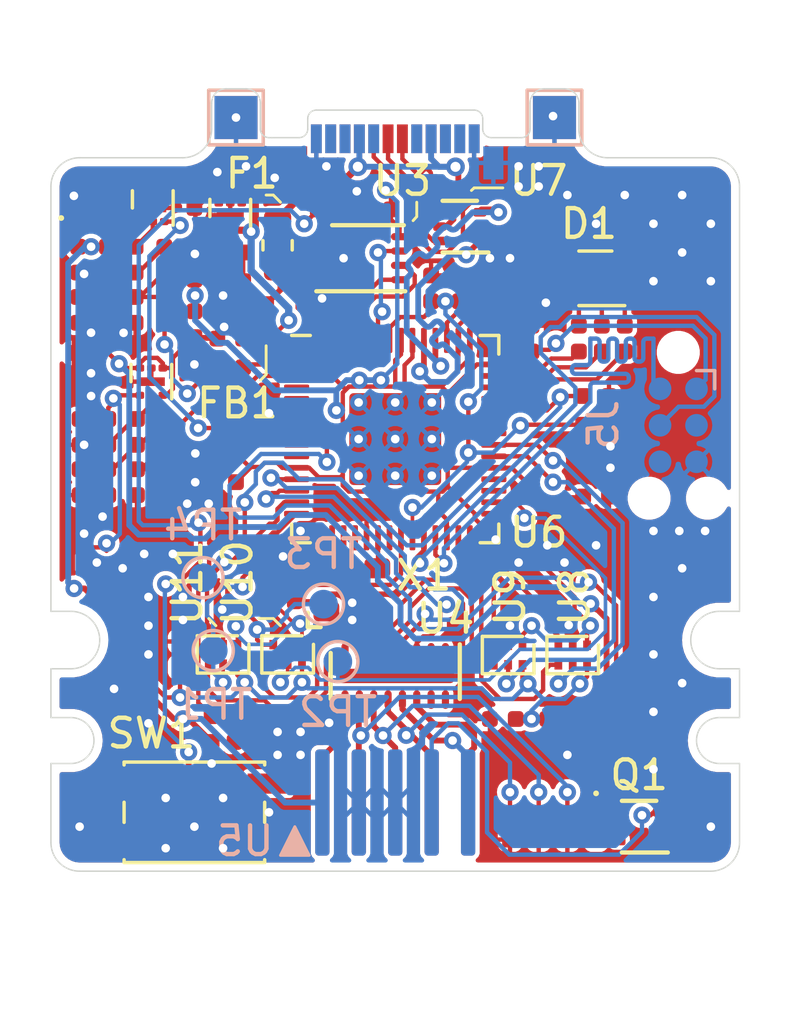
<source format=kicad_pcb>
(kicad_pcb (version 20240108) (generator "pcbnew") (generator_version "8.0")
  (title_block (title "Expansion Card Template") (rev "X1") (company "Framework") (comment 1 "This work is licensed under a Creative Commons Attribution 4.0 International License") (comment 4 "https://frame.work"))
  (layers (0 "F.Cu" signal) (31 "B.Cu" signal) (34 "B.Paste" user) (35 "F.Paste" user) (36 "B.SilkS" user "B.Silkscreen") (37 "F.SilkS" user "F.Silkscreen") (38 "B.Mask" user) (39 "F.Mask" user) (44 "Edge.Cuts" user))
  (net 0 "")
  (net 1 "GND")
  (net 2 "+3.3V")
  (net 3 "/FUSED_5V")
  (net 4 "+1V1")
  (net 5 "Net-(C5-Pad1)")
  (net 6 "/VS_T")
  (net 7 "/TRANS_VCC")
  (net 8 "/T_VCC_MEAS")
  (net 9 "Net-(C23-Pad1)")
  (net 10 "/T_VCC")
  (net 11 "/VS2_T")
  (net 12 "Net-(C29-Pad1)")
  (net 13 "Net-(D1-RK)")
  (net 14 "Net-(D1-GK)")
  (net 15 "Net-(D1-BK)")
  (net 16 "/PROTECTED_5V")
  (net 17 "Net-(D3-A)")
  (net 18 "+5V")
  (net 19 "/5V_KEY")
  (net 20 "/GPIO1")
  (net 21 "/GPIO2")
  (net 22 "/P_SWDIO")
  (net 23 "/P_SWCLK")
  (net 26 "Net-(P1-CC)")
  (net 28 "/D_P")
  (net 29 "/D_N")
  (net 30 "Net-(Q1A-D1)")
  (net 31 "/5V_KEY_EN")
  (net 32 "/PWM_VS")
  (net 33 "Net-(R2-Pad2)")
  (net 34 "Net-(U3-~{CS})")
  (net 35 "/LED1")
  (net 36 "/LED2")
  (net 37 "/LED3")
  (net 38 "/T_TDI")
  (net 39 "/ADJ2_T")
  (net 40 "/ADJ_T")
  (net 41 "Net-(X1-Tri-State)")
  (net 42 "Net-(U12-ADJ{slash}NC)")
  (net 43 "/T_SWDIO_TMS")
  (net 44 "/T_SWDCLK_JCLK")
  (net 45 "/T_SWO_TDO")
  (net 46 "/PWM2_VS")
  (net 47 "/DIR_SWDIO_TMS")
  (net 48 "/DIR_SWDCLK_JCLK")
  (net 49 "/SWDCLK_JCLK")
  (net 50 "/SWDIO_TMS")
  (net 57 "Net-(U3-DO(IO1))")
  (net 58 "Net-(U3-DI(IO0))")
  (net 59 "Net-(U3-IO3)")
  (net 60 "Net-(U3-IO2)")
  (net 61 "Net-(U3-CLK)")
  (net 62 "/~{RESET}")
  (net 63 "Net-(U4-5A)")
  (net 64 "/T_~{RESET}")
  (net 65 "Net-(U11-B)")
  (net 66 "/T_GNDDetect")
  (net 67 "Net-(U4-6A)")
  (net 68 "Net-(U10-B)")
  (net 69 "/GNDDetect")
  (net 70 "/SWO_TDO")
  (net 72 "Net-(U6-XIN)")
  (net 73 "/T_VCC_EN")
  (net 78 "/TDI")
  (net 80 "/DIR_TDI")
  (net 81 "/DIR_SWO_TDO")
  (net 83 "/D_FS_N")
  (net 84 "/D_FS_P")
  (footprint "Expansion_Card:USB_C_Plug_Molex_105444" (layer "F.Cu") (at 140 129)
    (property "Reference" "P1" (hide yes))
    (property "Value" "USB_C_Plug_USB2.0")
    (fp_line (start -3.35 0) (end -4.3 0) (stroke (width 0.05)) (layer "Edge.Cuts"))
    (fp_line (start -3.05 -0.66) (end -3.05 -0.3) (stroke (width 0.05)) (layer "Edge.Cuts"))
    (fp_line (start -2.75 -0.96) (end 2.75 -0.96) (stroke (width 0.05)) (layer "Edge.Cuts"))
    (fp_line (start 3.05 -0.66) (end 3.05 -0.3) (stroke (width 0.05)) (layer "Edge.Cuts"))
    (fp_line (start 3.35 0) (end 4.3 0) (stroke (width 0.05)) (layer "Edge.Cuts"))
    (fp_arc (start -3.05 -0.66) (mid -2.962132 -0.872132) (end -2.75 -0.96) (stroke (width 0.05)) (layer "Edge.Cuts"))
    (fp_arc (start -3.05 -0.3) (mid -3.137868 -0.087868) (end -3.35 0) (stroke (width 0.05)) (layer "Edge.Cuts"))
    (fp_arc (start 2.75 -0.96) (mid 2.962132 -0.872132) (end 3.05 -0.66) (stroke (width 0.05)) (layer "Edge.Cuts"))
    (fp_arc (start 3.35 0) (mid 3.137868 -0.087868) (end 3.05 -0.3) (stroke (width 0.05)) (layer "Edge.Cuts"))
  )
  (footprint "TestPoint:TestPoint_Pad_1.5x1.5mm" (layer "F.Cu") (at 145.55 128.3)
    (property "Reference" "TP7" (hide yes))
    (property "Value" "TestPoint")
  )
  (footprint "TestPoint:TestPoint_Pad_1.5x1.5mm" (layer "F.Cu") (at 134.45 128.3)
    (property "Reference" "TP5" (hide yes))
    (property "Value" "TestPoint")
  )
  (footprint "passive:C_0402" (layer "F.Cu") (at 134.25 137 180)
    (property "Reference" "C18" (hide yes))
    (property "Value" "0.1u")
  )
  (footprint "passive:C_0402" (layer "F.Cu") (at 129 139.25 -90)
    (property "Reference" "C21" (hide yes))
    (property "Value" "2.2u")
  )
  (footprint "passive:R_0402" (layer "F.Cu") (at 148 136 -90)
    (property "Reference" "R6" (hide yes))
    (property "Value" "1k")
  )
  (footprint "passive:R_0402" (layer "F.Cu") (at 147 153 90)
    (property "Reference" "R20" (hide yes))
    (property "Value" "5.1k")
  )
  (footprint "passive:R_0402" (layer "F.Cu") (at 136.5 144.7 -90)
    (property "Reference" "R17" (hide yes))
    (property "Value" "1k")
  )
  (footprint "passive:C_0402" (layer "F.Cu") (at 133 131 90)
    (property "Reference" "C24" (hide yes))
    (property "Value" "2.2u")
  )
  (footprint "passive:C_0402" (layer "F.Cu") (at 143.25 134.25 90)
    (property "Reference" "C12" (hide yes))
    (property "Value" "0.1u")
  )
  (footprint "passive:R_0402" (layer "F.Cu") (at 131.95 133.25 -90)
    (property "Reference" "R8" (hide yes))
    (property "Value" "5.1k")
  )
  (footprint "passive:C_0402" (layer "F.Cu") (at 135.7 144.7 90)
    (property "Reference" "C20" (hide yes))
    (property "Value" "0.1u")
  )
  (footprint "Package_DFN_QFN:DFN-6-1EP_1.2x1.2mm_P0.4mm_EP0.3x0.94mm_PullBack" (layer "F.Cu") (at 134.25 131.75 90)
    (property "Reference" "U12" (hide yes))
    (property "Value" "NCP133AMXADJTCG")
  )
  (footprint "passive:C_0402" (layer "F.Cu") (at 130 141 -90)
    (property "Reference" "C28" (hide yes))
    (property "Value" "0.1u")
  )
  (footprint "Fuse:Fuse_0603_1608Metric" (layer "F.Cu") (at 135.9 132.75 -90)
    (property "Reference" "F1")
    (property "Value" "Fuse_Small")
  )
  (footprint "son:USON-8-3x2mm-EP" (layer "F.Cu") (at 138.8 133.2)
    (property "Reference" "U3")
    (property "Value" "W25Q8")
  )
  (footprint "dfn:DFN-16-1EP_1.6x4mm_P0.5mm" (layer "F.Cu") (at 140 147.75 -90)
    (property "Reference" "U4")
    (property "Value" "NUF8401MNT4G")
  )
  (footprint "passive:C_0402" (layer "F.Cu") (at 133 133.5 90)
    (property "Reference" "C13" (hide yes))
    (property "Value" "0.1u")
  )
  (footprint "passive:R_0402" (layer "F.Cu") (at 131 139.25 -90)
    (property "Reference" "R27" (hide yes))
    (property "Value" "47k")
  )
  (footprint "passive:C_0402" (layer "F.Cu") (at 128.95 133.25 -90)
    (property "Reference" "C27" (hide yes))
    (property "Value" "2.2u")
  )
  (footprint "Package_DFN_QFN:DFN-6-1EP_1.2x1.2mm_P0.4mm_EP0.3x0.94mm_PullBack" (layer "F.Cu") (at 131.55 131.45 90)
    (property "Reference" "U13" (hide yes))
    (property "Value" "NCP133AMXADJTCG")
  )
  (footprint "LED_SMD:LED_LiteOn_LTST-C19HE1WT" (layer "F.Cu") (at 147.2 133.9 -90)
    (property "Reference" "D1")
    (property "Value" "LTST-C19HE1WT")
  )
  (footprint "passive:C_0402" (layer "F.Cu") (at 145.4 133.6 -90)
    (property "Reference" "C6" (hide yes))
    (property "Value" "2.2u")
  )
  (footprint "passive:C_0402" (layer "F.Cu") (at 143.75 149.25 180)
    (property "Reference" "C17" (hide yes))
    (property "Value" "0.1u")
  )
  (footprint "passive:R_0402" (layer "F.Cu") (at 144.4 132 -90)
    (property "Reference" "R3" (hide yes))
    (property "Value" "5.1k")
  )
  (footprint "passive:C_0402" (layer "F.Cu") (at 145.75 149.25)
    (property "Reference" "C16" (hide yes))
    (property "Value" "0.1u")
  )
  (footprint "passive:R_0402" (layer "F.Cu") (at 135.5 135.25 -90)
    (property "Reference" "FB1")
    (property "Value" "BLM15AX601SN1D")
  )
  (footprint "passive:R_0402" (layer "F.Cu") (at 134.25 134)
    (property "Reference" "R25" (hide yes))
    (property "Value" "15k")
  )
  (footprint "passive:C_0402" (layer "F.Cu") (at 129.95 135 -90)
    (property "Reference" "C8" (hide yes))
    (property "Value" "0.1u")
  )
  (footprint "passive:R_0402" (layer "F.Cu") (at 146.4 136 -90)
    (property "Reference" "R7" (hide yes))
    (property "Value" "1k")
  )
  (footprint "passive:C_0402" (layer "F.Cu") (at 147 139)
    (property "Reference" "C10" (hide yes))
    (property "Value" "0.1u")
  )
  (footprint "passive:R_0402" (layer "F.Cu") (at 146 153 90)
    (property "Reference" "R23" (hide yes))
    (property "Value" "1Meg")
  )
  (footprint "passive:R_0402" (layer "F.Cu") (at 130.95 133.25 -90)
    (property "Reference" "R16" (hide yes))
    (property "Value" "47k")
  )
  (footprint "passive:C_0402" (layer "F.Cu") (at 134 141 180)
    (property "Reference" "C9" (hide yes))
    (property "Value" "0.1u")
  )
  (footprint "Package_TO_SOT_SMD:SOT-886" (layer "F.Cu") (at 134 147 -90)
    (property "Reference" "U11")
    (property "Value" "74LVC1T45GM,115")
  )
  (footprint "passive:C_0402" (layer "F.Cu") (at 134.25 135 180)
    (property "Reference" "C29" (hide yes))
    (property "Value" "2.2u")
  )
  (footprint "passive:R_0402" (layer "F.Cu") (at 131.95 135 -90)
    (property "Reference" "R1" (hide yes))
    (property "Value" "17.4k")
  )
  (footprint "passive:C_0402" (layer "F.Cu") (at 144.75 136 90)
    (property "Reference" "C19" (hide yes))
    (property "Value" "0.1u")
  )
  (footprint "Package_TO_SOT_SMD:SOT-886" (layer "F.Cu") (at 136.25 147 -90)
    (property "Reference" "U10")
    (property "Value" "74LVC1T45GM,115")
  )
  (footprint "passive:R_0402" (layer "F.Cu") (at 144 153 90)
    (property "Reference" "R10" (hide yes))
    (property "Value" "1Meg")
  )
  (footprint "Diode_SMD:D_0402_1005Metric" (layer "F.Cu") (at 129.45 131.8)
    (property "Reference" "D3" (hide yes))
    (property "Value" "20V")
  )
  (footprint "passive:R_0402" (layer "F.Cu") (at 129.95 133.25 90)
    (property "Reference" "R14" (hide yes))
    (property "Value" "47k")
  )
  (footprint "passive:R_0402" (layer "F.Cu") (at 132 139.25 -90)
    (property "Reference" "R29" (hide yes))
    (property "Value" "5.1k")
  )
  (footprint "passive:R_0402" (layer "F.Cu") (at 133.6 149.6 90)
    (property "Reference" "R9" (hide yes))
    (property "Value" "47k")
  )
  (footprint "passive:C_0402" (layer "F.Cu") (at 134 140 180)
    (property "Reference" "C1" (hide yes))
    (property "Value" "0.1u")
  )
  (footprint "passive:R_0402" (layer "F.Cu") (at 134.25 133 180)
    (property "Reference" "R21" (hide yes))
    (property "Value" "47k")
  )
  (footprint "passive:C_0402" (layer "F.Cu") (at 139.4 131.5 180)
    (property "Reference" "C14" (hide yes))
    (property "Value" "0.1u")
  )
  (footprint "Package_TO_SOT_SMD:SOT-886" (layer "F.Cu") (at 146.184924 147.022478 -90)
    (property "Reference" "U8")
    (property "Value" "74LVC1T45GM,115")
  )
  (footprint "passive:R_0402" (layer "F.Cu") (at 150 153.05 90)
    (property "Reference" "R19" (hide yes))
    (property "Value" "47k")
  )
  (footprint "passive:C_0402" (layer "F.Cu") (at 142.25 134.25 90)
    (property "Reference" "C4" (hide yes))
    (property "Value" "2.2u")
  )
  (footprint "Package_DFN_QFN:DFN-6-1EP_1.2x1.2mm_P0.4mm_EP0.3x0.94mm_PullBack" (layer "F.Cu") (at 131.5 137.5 90)
    (property "Reference" "U14" (hide yes))
    (property "Value" "NCP133AMXADJTCG")
  )
  (footprint "Button_Switch_SMD:SW_SPST_EVQP2" (layer "F.Cu") (at 133 152.5 180)
    (property "Reference" "SW1")
    (property "Value" "EVQ-P2002W")
  )
  (footprint "passive:R_0402" (layer "F.Cu") (at 130 139.25 90)
    (property "Reference" "R12" (hide yes))
    (property "Value" "47k")
  )
  (footprint "sot:SOT-563" (layer "F.Cu") (at 148.5 153 180)
    (property "Reference" "Q1")
    (property "Value" "NTZD3155C or CMLDM3757-TR-PBFREE or DMC2400UV-7 or DMG1016VQ-7")
  )
  (footprint "passive:C_0402" (layer "F.Cu") (at 132.5 147 90)
    (property "Reference" "C15" (hide yes))
    (property "Value" "0.1u")
  )
  (footprint "passive:C_0402" (layer "F.Cu") (at 130.95 135 -90)
    (property "Reference" "C5" (hide yes))
    (property "Value" "0.1u")
  )
  (footprint "sot:SOT-563" (layer "F.Cu") (at 142.25 132.1 180)
    (property "Reference" "U7")
    (property "Value" "NUF2042XV6T1G")
  )
  (footprint "passive:R_0402" (layer "F.Cu") (at 128.95 135 90)
    (property "Reference" "R15" (hide yes))
    (property "Value" "17.4k")
  )
  (footprint "passive:C_0402" (layer "F.Cu") (at 131 141 -90)
    (property "Reference" "C23" (hide yes))
    (property "Value" "0.1u")
  )
  (footprint "passive:C_0402" (layer "F.Cu") (at 141.25 134.25 90)
    (property "Reference" "C7" (hide yes))
    (property "Value" "0.1u")
  )
  (footprint "passive:C_0402" (layer "F.Cu") (at 144.25 134.25 90)
    (property "Reference" "C11" (hide yes))
    (property "Value" "0.1u")
  )
  (footprint "passive:C_0402" (layer "F.Cu") (at 133 135.5 -90)
    (property "Reference" "C25" (hide yes))
    (property "Value" "2.2u")
  )
  (footprint "passive:C_0402" (layer "F.Cu") (at 147 141.5)
    (property "Reference" "C3" (hide yes))
    (property "Value" "2.2u")
  )
  (footprint "passive:R_0402" (layer "F.Cu") (at 135.2 149.6 90)
    (property "Reference" "R22" (hide yes))
    (property "Value" "1Meg")
  )
  (footprint "passive:R_0402" (layer "F.Cu") (at 145 153 90)
    (property "Reference" "R24" (hide yes))
    (property "Value" "1Meg")
  )
  (footprint "passive:R_0402" (layer "F.Cu") (at 137.75 131.5 180)
    (property "Reference" "R2" (hide yes))
    (property "Value" "1k")
  )
  (footprint "passive:R_0402" (layer "F.Cu") (at 134.4 149.6 -90)
    (property "Reference" "R11" (hide yes))
    (property "Value" "47k")
  )
  (footprint "Diode_SMD:D_0402_1005Metric" (layer "F.Cu") (at 147 150.75 90)
    (property "Reference" "D2" (hide yes))
    (property "Value" "20V")
  )
  (footprint "passive:C_0402" (layer "F.Cu") (at 134.25 136 180)
    (property "Reference" "C30" (hide yes))
    (property "Value" "2.2u")
  )
  (footprint "passive:C_0402" (layer "F.Cu") (at 129.8 130.6 180)
    (property "Reference" "C26" (hide yes))
    (property "Value" "2.2u")
  )
  (footprint "passive:C_0402" (layer "F.Cu") (at 147 138)
    (property "Reference" "C22" (hide yes))
    (property "Value" "0.1u")
  )
  (footprint "passive:R_0402" (layer "F.Cu") (at 129 141 90)
    (property "Reference" "R13" (hide yes))
    (property "Value" "17.4k")
  )
  (footprint "passive:C_0402" (layer "F.Cu") (at 129.25 136.5 180)
    (property "Reference" "C2" (hide yes))
    (property "Value" "2.2u")
  )
  (footprint "Package_TO_SOT_SMD:SOT-886" (layer "F.Cu") (at 143.934924 147.022478 -90)
    (property "Reference" "U9")
    (property "Value" "74LVC1T45GM,115")
  )
  (footprint "passive:R_0402" (layer "F.Cu") (at 147.2 136 -90)
    (property "Reference" "R5" (hide yes))
    (property "Value" "1k")
  )
  (footprint "passive:R_0402" (layer "F.Cu") (at 132 141 -90)
    (property "Reference" "R28" (hide yes))
    (property "Value" "17.4k")
  )
  (footprint "crystals:Crystal_SMD_2520-4Pin_2.5x2.0mm" (layer "F.Cu") (at 138.5 144.75)
    (property "Reference" "X1")
    (property "Value" "12 MHz")
  )
  (footprint "qfn:RP2040-QFN-56" (layer "F.Cu") (at 140 139.5)
    (property "Reference" "U6")
    (property "Value" "RP2040")
  )
  (footprint "TestPoint:TestPoint_Pad_1.5x1.5mm" (layer "B.Cu") (at 134.45 128.3 180)
    (property "Reference" "TP6" (hide yes))
    (property "Value" "TestPoint")
  )
  (footprint "TestPoint:TestPoint_Pad_1.5x1.5mm" (layer "B.Cu") (at 145.55 128.3 180)
    (property "Reference" "TP8" (hide yes))
    (property "Value" "TestPoint")
  )
  (footprint "TestPoint:TestPoint_Pad_D1.0mm" (layer "B.Cu") (at 137.5 145.25 180)
    (property "Reference" "TP3")
    (property "Value" "TestPoint")
  )
  (footprint "TestPoint:TestPoint_Pad_D1.0mm" (layer "B.Cu") (at 133.300277 144.326983 180)
    (property "Reference" "TP4")
    (property "Value" "TestPoint")
  )
  (footprint "TestPoint:TestPoint_Pad_D1.0mm" (layer "B.Cu") (at 138 147.25 180)
    (property "Reference" "TP2")
    (property "Value" "TestPoint")
  )
  (footprint "Library:SHF-105-01-PCBEdge" (layer "B.Cu") (at 140 154.5)
    (property "Reference" "U5")
    (property "Value" "CortexDebug")
  )
  (footprint "Connector:Tag-Connect_TC2030-IDC-NL_2x03_P1.27mm_Vertical" (layer "B.Cu") (at 149.865 139.02 -90)
    (property "Reference" "J5")
    (property "Value" "tag-connect-swd")
  )
  (footprint "TestPoint:TestPoint_Pad_D1.0mm" (layer "B.Cu") (at 133.657164 146.866321 180)
    (property "Reference" "TP1")
    (property "Value" "TestPoint")
  )
  (gr_line (start 135.5 131) (end 135.75 131) (stroke (width 0.1)) (layer "F.SilkS"))
  (gr_line (start 143.75 130.75) (end 142.75 130.75) (stroke (width 0.1)) (layer "F.SilkS"))
  (gr_line (start 133.5 145.75) (end 133.75 146) (stroke (width 0.1)) (layer "F.SilkS"))
  (gr_line (start 135.75 131) (end 136 131.25) (stroke (width 0.1)) (layer "F.SilkS"))
  (gr_line (start 135.5 136.25) (end 135.5 137.25) (stroke (width 0.1)) (layer "F.SilkS"))
  (gr_line (start 140.75 131.25) (end 140.75 131.75) (stroke (width 0.1)) (layer "F.SilkS"))
  (gr_line (start 142.75 130.75) (end 142.654825 130.839789) (stroke (width 0.1)) (layer "F.SilkS"))
  (gr_line (start 135.5 137.25) (end 135.309701 137.444477) (stroke (width 0.1)) (layer "F.SilkS"))
  (gr_line (start 140.75 131.75) (end 140.621971 131.891713) (stroke (width 0.1)) (layer "F.SilkS"))
  (gr_line (start 135.75 145.75) (end 136 146) (stroke (width 0.1)) (layer "F.SilkS"))
  (gr_line (start 135.25 145.75) (end 135.75 145.75) (stroke (width 0.1)) (layer "F.SilkS"))
  (gr_arc (start 144.7 128.7) (mid 144.612132 128.912132) (end 144.4 129) (stroke (width 0.05)) (layer "Edge.Cuts"))
  (gr_line (start 144.3 129) (end 144.4 129) (stroke (width 0.05)) (layer "Edge.Cuts"))
  (gr_arc (start 135.6 129) (mid 135.387868 128.912132) (end 135.3 128.7) (stroke (width 0.05)) (layer "Edge.Cuts"))
  (gr_arc (start 128.7 149.2) (mid 129.5 150) (end 128.7 150.8) (stroke (width 0.05)) (layer "Edge.Cuts"))
  (gr_arc (start 133.6 127.8) (mid 133.746447 127.446447) (end 134.1 127.3) (stroke (width 0.05)) (layer "Edge.Cuts"))
  (gr_line (start 151 154.55) (end 129 154.55) (stroke (width 0.05)) (layer "Edge.Cuts"))
  (gr_line (start 152 153.55) (end 152 150.8) (stroke (width 0.05)) (layer "Edge.Cuts"))
  (gr_line (start 133.6 128.7) (end 133.6 127.8) (stroke (width 0.05)) (layer "Edge.Cuts"))
  (gr_arc (start 151 129.7) (mid 151.707107 129.992893) (end 152 130.7) (stroke (width 0.05)) (layer "Edge.Cuts"))
  (gr_line (start 134.8 127.3) (end 134.1 127.3) (stroke (width 0.05)) (layer "Edge.Cuts"))
  (gr_line (start 145.9 127.3) (end 145.2 127.3) (stroke (width 0.05)) (layer "Edge.Cuts"))
  (gr_line (start 128.7 147.5) (end 128 147.5) (stroke (width 0.05)) (layer "Edge.Cuts"))
  (gr_arc (start 129 154.55) (mid 128.292893 154.257107) (end 128 153.55) (stroke (width 0.05)) (layer "Edge.Cuts"))
  (gr_line (start 151.3 145.5) (end 152 145.5) (stroke (width 0.05)) (layer "Edge.Cuts"))
  (gr_line (start 128 145.5) (end 128 130.7) (stroke (width 0.05)) (layer "Edge.Cuts"))
  (gr_line (start 151.3 147.5) (end 152 147.5) (stroke (width 0.05)) (layer "Edge.Cuts"))
  (gr_line (start 147.4 129.7) (end 151 129.7) (stroke (width 0.05)) (layer "Edge.Cuts"))
  (gr_arc (start 152 153.55) (mid 151.707107 154.257107) (end 151 154.55) (stroke (width 0.05)) (layer "Edge.Cuts"))
  (gr_line (start 152 145.5) (end 152 130.7) (stroke (width 0.05)) (layer "Edge.Cuts"))
  (gr_line (start 144.7 128.7) (end 144.7 127.8) (stroke (width 0.05)) (layer "Edge.Cuts"))
  (gr_arc (start 134.8 127.3) (mid 135.153553 127.446447) (end 135.3 127.8) (stroke (width 0.05)) (layer "Edge.Cuts"))
  (gr_line (start 152 149.2) (end 152 147.5) (stroke (width 0.05)) (layer "Edge.Cuts"))
  (gr_arc (start 128 130.7) (mid 128.292893 129.992893) (end 129 129.7) (stroke (width 0.05)) (layer "Edge.Cuts"))
  (gr_arc (start 147.4 129.7) (mid 146.692893 129.407107) (end 146.4 128.7) (stroke (width 0.05)) (layer "Edge.Cuts"))
  (gr_line (start 151.3 150.8) (end 152 150.8) (stroke (width 0.05)) (layer "Edge.Cuts"))
  (gr_arc (start 145.9 127.3) (mid 146.253553 127.446447) (end 146.4 127.8) (stroke (width 0.05)) (layer "Edge.Cuts"))
  (gr_arc (start 151.3 150.8) (mid 150.5 150) (end 151.3 149.2) (stroke (width 0.05)) (layer "Edge.Cuts"))
  (gr_line (start 128.7 149.2) (end 128 149.2) (stroke (width 0.05)) (layer "Edge.Cuts"))
  (gr_line (start 135.6 129) (end 135.7 129) (stroke (width 0.05)) (layer "Edge.Cuts"))
  (gr_line (start 151.3 149.2) (end 152 149.2) (stroke (width 0.05)) (layer "Edge.Cuts"))
  (gr_line (start 128 149.2) (end 128 147.5) (stroke (width 0.05)) (layer "Edge.Cuts"))
  (gr_line (start 146.4 128.7) (end 146.4 127.8) (stroke (width 0.05)) (layer "Edge.Cuts"))
  (gr_arc (start 151.3 147.5) (mid 150.3 146.5) (end 151.3 145.5) (stroke (width 0.05)) (layer "Edge.Cuts"))
  (gr_line (start 128.7 145.5) (end 128 145.5) (stroke (width 0.05)) (layer "Edge.Cuts"))
  (gr_arc (start 133.6 128.7) (mid 133.307107 129.407107) (end 132.6 129.7) (stroke (width 0.05)) (layer "Edge.Cuts"))
  (gr_line (start 128 150.8) (end 128 153.55) (stroke (width 0.05)) (layer "Edge.Cuts"))
  (gr_line (start 135.3 128.7) (end 135.3 127.8) (stroke (width 0.05)) (layer "Edge.Cuts"))
  (gr_arc (start 144.7 127.8) (mid 144.846447 127.446447) (end 145.2 127.3) (stroke (width 0.05)) (layer "Edge.Cuts"))
  (gr_line (start 132.6 129.7) (end 129 129.7) (stroke (width 0.05)) (layer "Edge.Cuts"))
  (gr_line (start 128 150.8) (end 128.7 150.8) (stroke (width 0.05)) (layer "Edge.Cuts"))
  (gr_arc (start 128.7 145.5) (mid 129.7 146.5) (end 128.7 147.5) (stroke (width 0.05)) (layer "Edge.Cuts"))
  (segment (start 143.934924 146.065076) (end 143.934924 146.682478) (width 0.1524) (layer "F.Cu") (net 1))
  (segment (start 133.8 135.5) (end 133.8 136) (width 0.1524) (layer "F.Cu") (net 1))
  (segment (start 135.1964 145.442954) (end 135.407046 145.6536) (width 0.1524) (layer "F.Cu") (net 1))
  (segment (start 133 133.05) (end 133.017329 133.05) (width 0.254) (layer "F.Cu") (net 1))
  (segment (start 135.1964 144.7536) (end 135.1964 145.442954) (width 0.1524) (layer "F.Cu") (net 1))
  (segment (start 144 146) (end 143.934924 146.065076) (width 0.1524) (layer "F.Cu") (net 1))
  (segment (start 133.8 135.5) (end 133.943007 135.5) (width 0.1524) (layer "F.Cu") (net 1))
  (segment (start 133.409198 132.03055) (end 133.689748 131.75) (width 0.254) (layer "F.Cu") (net 1))
  (segment (start 135.6536 145.6536) (end 136.25 146.25) (width 0.1524) (layer "F.Cu") (net 1))
  (segment (start 138.95 131.158387) (end 138.95 131.5) (width 0.1524) (layer "F.Cu") (net 1))
  (segment (start 146.184924 146.117524) (end 146.04659 145.97919) (width 0.1524) (layer "F.Cu") (net 1))
  (segment (start 135.6 144.136076) (end 135.6 144.25) (width 0.1524) (layer "F.Cu") (net 1))
  (segment (start 133.689748 131.75) (end 134.25 131.75) (width 0.254) (layer "F.Cu") (net 1))
  (segment (start 133.55 141) (end 133.032293 141) (width 0.1524) (layer "F.Cu") (net 1))
  (segment (start 137.45 133.95) (end 137.45 134.6) (width 0.1524) (layer "F.Cu") (net 1))
  (segment (start 133.8 134.5) (end 133.8 135.5) (width 0.1524) (layer "F.Cu") (net 1))
  (segment (start 144.25 133.8) (end 141.25 133.8) (width 0.1524) (layer "F.Cu") (net 1))
  (segment (start 133.032293 141) (end 133.029146 141.003147) (width 0.1524) (layer "F.Cu") (net 1))
  (segment (start 133.8 134) (end 133.8 134.5) (width 0.1524) (layer "F.Cu") (net 1))
  (segment (start 136.25 146.25) (end 136.25 146.66) (width 0.1524) (layer "F.Cu") (net 1))
  (segment (start 133 133.05) (end 133 132.813354) (width 0.254) (layer "F.Cu") (net 1))
  (segment (start 129.95 135.45) (end 130.048129 135.45) (width 0.1524) (layer "F.Cu") (net 1))
  (segment (start 146.184924 146.682478) (end 146.184924 146.117524) (width 0.1524) (layer "F.Cu") (net 1))
  (segment (start 135.407046 145.6536) (end 135.6536 145.6536) (width 0.1524) (layer "F.Cu") (net 1))
  (segment (start 133.55 140) (end 133.0322 140) (width 0.1524) (layer "F.Cu") (net 1))
  (segment (start 136.089666 143.587221) (end 135.7 143.976887) (width 0.1524) (layer "F.Cu") (net 1))
  (segment (start 144.75 135.55) (end 144.75 135.25) (width 0.1524) (layer "F.Cu") (net 1))
  (segment (start 135.7 144.25) (end 135.1964 144.7536) (width 0.1524) (layer "F.Cu") (net 1))
  (segment (start 138.660401 130.868788) (end 138.95 131.158387) (width 0.1524) (layer "F.Cu") (net 1))
  (segment (start 133.943007 135.5) (end 134.035608 135.592601) (width 0.1524) (layer "F.Cu") (net 1))
  (segment (start 133.409198 132.404156) (end 133.409198 132.03055) (width 0.254) (layer "F.Cu") (net 1))
  (segment (start 133.8 134.5) (end 134 134.5) (width 0.1524) (layer "F.Cu") (net 1))
  (segment (start 133 132.813354) (end 133.409198 132.404156) (width 0.254) (layer "F.Cu") (net 1))
  (segment (start 135.7 143.976887) (end 135.7 144.25) (width 0.1524) (layer "F.Cu") (net 1))
  (segment (start 144.75 135.25) (end 145.25 134.75) (width 0.1524) (layer "F.Cu") (net 1))
  (via (at 149 149) (size 0.6) (drill 0.3) (layers "F.Cu" "B.Cu") (net 1))
  (via (at 133.029146 141.003147) (size 0.6) (drill 0.3) (layers "F.Cu" "B.Cu") (net 1))
  (via (at 137.6 130) (size 0.6) (drill 0.3) (layers "F.Cu" "B.Cu") (net 1))
  (via (at 149 145) (size 0.6) (drill 0.3) (layers "F.Cu" "B.Cu") (net 1))
  (via (at 131.4 145) (size 0.6) (drill 0.3) (layers "F.Cu" "B.Cu") (net 1))
  (via (at 129.8 142.2) (size 0.6) (drill 0.3) (layers "F.Cu" "B.Cu") (net 1))
  (via (at 129.1556 142.793288) (size 0.6) (drill 0.3) (layers "F.Cu" "B.Cu") (net 1))
  (via (at 148 131) (size 0.6) (drill 0.3) (layers "F.Cu" "B.Cu") (net 1))
  (via (at 151 134) (size 0.6) (drill 0.3) (layers "F.Cu" "B.Cu") (net 1))
  (via (at 144 146) (size 0.6) (drill 0.3) (layers "F.Cu" "B.Cu") (net 1))
  (via (at 129.398549 135.79423) (size 0.6) (drill 0.3) (layers "F.Cu" "B.Cu") (net 1))
  (via (at 132 153.75) (size 0.6) (drill 0.3) (layers "F.Cu" "B.Cu") (net 1))
  (via (at 145 130) (size 0.6) (drill 0.3) (layers "F.Cu" "B.Cu") (net 1))
  (via (at 145 130.7) (size 0.6) (drill 0.3) (layers "F.Cu" "B.Cu") (net 1))
  (via (at 133 153) (size 0.6) (drill 0.3) (layers "F.Cu" "B.Cu") (net 1))
  (via (at 129.4 138) (size 0.6) (drill 0.3) (layers "F.Cu" "B.Cu") (net 1))
  (via (at 129.398367 137.205725) (size 0.6) (drill 0.3) (layers "F.Cu" "B.Cu") (net 1))
  (via (at 144 133.2) (size 0.6) (drill 0.3) (layers "F.Cu" "B.Cu") (net 1))
  (via (at 132 152) (size 0.6) (drill 0.3) (layers "F.Cu" "B.Cu") (net 1))
  (via (at 135.6 138.6) (size 0.6) (drill 0.3) (layers "F.Cu" "B.Cu") (net 1))
  (via (at 133.8 130.2) (size 0.6) (drill 0.3) (layers "F.Cu" "B.Cu") (net 1))
  (via (at 129.1556 139.7) (size 0.6) (drill 0.3) (layers "F.Cu" "B.Cu") (net 1))
  (via (at 129 153) (size 0.6) (drill 0.3) (layers "F.Cu" "B.Cu") (net 1))
  (via (at 151 153) (size 0.6) (drill 0.3) (layers "F.Cu" "B.Cu") (net 1))
  (via (at 132.75 141.75) (size 0.6) (drill 0.3) (layers "F.Cu" "B.Cu") (net 1))
  (via (at 143.3 133.2) (size 0.6) (drill 0.3) (layers "F.Cu" "B.Cu") (net 1))
  (via (at 146.04659 145.97919) (size 0.6) (drill 0.3) (layers "F.Cu" "B.Cu") (net 1))
  (via (at 137.696 149.382611) (size 0.6) (drill 0.3) (layers "F.Cu" "B.Cu") (net 1))
  (via (at 136.089666 143.587221) (size 0.6) (drill 0.3) (layers "F.Cu" "B.Cu") (net 1))
  (via (at 132.6 145) (size 0.6) (drill 0.3) (layers "F.Cu" "B.Cu") (net 1))
  (via (at 132.6 145.8) (size 0.6) (drill 0.3) (layers "F.Cu" "B.Cu") (net 1))
  (via (at 144.3 130) (size 0.6) (drill 0.3) (layers "F.Cu" "B.Cu") (net 1))
  (via (at 147 132) (size 0.6) (drill 0.3) (layers "F.Cu" "B.Cu") (net 1))
  (via (at 149 132) (size 0.6) (drill 0.3) (layers "F.Cu" "B.Cu") (net 1))
  (via (at 146 150.5) (size 0.6) (drill 0.3) (layers "F.Cu" "B.Cu") (net 1))
  (via (at 133 136.9) (size 0.6) (drill 0.3) (layers "F.Cu" "B.Cu") (net 1))
  (via (at 133.0322 140) (size 0.6) (drill 0.3) (layers "F.Cu" "B.Cu") (net 1))
  (via (at 131.4 149.4) (size 0.6) (drill 0.3) (layers "F.Cu" "B.Cu") (net 1))
  (via (at 135.9 150.5) (size 0.6) (drill 0.3) (layers "F.Cu" "B.Cu") (net 1))
  (via (at 132.25 143.5) (size 0.6) (drill 0.3) (layers "F.Cu" "B.Cu") (net 1))
  (via (at 134 134.5) (size 0.6) (drill 0.3) (layers "F.Cu" "B.Cu") (net 1))
  (via (at 143.5 143) (size 0.6) (drill 0.3) (layers "F.Cu" "B.Cu") (net 1))
  (via (at 136.7 149.7) (size 0.6) (drill 0.3) (layers "F.Cu" "B.Cu") (net 1))
  (via (at 146 131) (size 0.6) (drill 0.3) (layers "F.Cu" "B.Cu") (net 1))
  (via (at 144.3 143.8) (size 0.6) (drill 0.3) (layers "F.Cu" "B.Cu") (net 1))
  (via (at 150 148) (size 0.6) (drill 0.3) (layers "F.Cu" "B.Cu") (net 1))
  (via (at 131.4 147) (size 0.6) (drill 0.3) (layers "F.Cu" "B.Cu") (net 1))
  (via (at 133.017329 133.05) (size 0.6) (drill 0.3) (layers "F.Cu" "B.Cu") (net 1))
  (via (at 145.3 143.2) (size 0.6) (drill 0.3) (layers "F.Cu" "B.Cu") (net 1))
  (via (at 135.9 149.7) (size 0.6) (drill 0.3) (layers "F.Cu" "B.Cu") (net 1))
  (via (at 149 147) (size 0.6) (drill 0.3) (layers "F.Cu" "B.Cu") (net 1))
  (via (at 147.5 139.75) (size 0.6) (drill 0.3) (layers "F.Cu" "B.Cu") (net 1))
  (via (at 144.3 130.7) (size 0.6) (drill 0.3) (layers "F.Cu" "B.Cu") (net 1))
  (via (at 149 134) (size 0.6) (drill 0.3) (layers "F.Cu" "B.Cu") (net 1))
  (via (at 145.5 128.25) (size 0.6) (drill 0.3) (layers "F.Cu" "B.Cu") (net 1))
  (via (at 145.9 143.8) (size 0.6) (drill 0.3) (layers "F.Cu" "B.Cu") (net 1))
  (via (at 150 133) (size 0.6) (drill 0.3) (layers "F.Cu" "B.Cu") (net 1))
  (via (at 149 142.7) (size 0.6) (drill 0.3) (layers "F.Cu" "B.Cu") (net 1))
  (via (at 145.25 134.75) (size 0.6) (drill 0.3) (layers "F.Cu" "B.Cu") (net 1))
  (via (at 138.660401 130.868788) (size 0.6) (drill 0.3) (layers "F.Cu" "B.Cu") (net 1))
  (via (at 134 152) (size 0.6) (drill 0.3) (layers "F.Cu" "B.Cu") (net 1))
  (via (at 134.45 128.3) (size 0.6) (drill 0.3) (layers "F.Cu" "B.Cu") (net 1))
  (via (at 150 131) (size 0.6) (drill 0.3) (layers "F.Cu" "B.Cu") (net 1))
  (via (at 131.4 146) (size 0.6) (drill 0.3) (layers "F.Cu" "B.Cu") (net 1))
  (via (at 150.8 142.7) (size 0.6) (drill 0.3) (layers "F.Cu" "B.Cu") (net 1))
  (via (at 149.9 142.7) (size 0.6) (drill 0.3) (layers "F.Cu" "B.Cu") (net 1))
  (via (at 149 151) (size 0.6) (drill 0.3) (layers "F.Cu" "B.Cu") (net 1))
  (via (at 137.45 134.6) (size 0.6) (drill 0.3) (layers "F.Cu" "B.Cu") (net 1))
  (via (at 138.5 145.8) (size 0.6) (drill 0.3) (layers "F.Cu" "B.Cu") (net 1))
  (via (at 130.5 144) (size 0.6) (drill 0.3) (layers "F.Cu" "B.Cu") (net 1))
  (via (at 130.5318 135.8) (size 0.6) (drill 0.3) (layers "F.Cu" "B.Cu") (net 1))
  (via (at 130.2 148.2) (size 0.6) (drill 0.3) (layers "F.Cu" "B.Cu") (net 1))
  (via (at 129.6 143.8) (size 0.6) (drill 0.3) (layers "F.Cu" "B.Cu") (net 1))
  (via (at 135.6 152.5) (size 0.6) (drill 0.3) (layers "F.Cu" "B.Cu") (net 1))
  (via (at 151 132) (size 0.6) (drill 0.3) (layers "F.Cu" "B.Cu") (net 1))
  (via (at 134.035608 135.592601) (size 0.6) (drill 0.3) (layers "F.Cu" "B.Cu") (net 1))
  (via (at 134 153.75) (size 0.6) (drill 0.3) (layers "F.Cu" "B.Cu") (net 1))
  (via (at 128.8 131.02761) (size 0.6) (drill 0.3) (layers "F.Cu" "B.Cu") (net 1))
  (via (at 135.8 130.4) (size 0.6) (drill 0.3) (layers "F.Cu" "B.Cu") (net 1))
  (via (at 136.7 150.5) (size 0.6) (drill 0.3) (layers "F.Cu" "B.Cu") (net 1))
  (via (at 147 143.2) (size 0.6) (drill 0.3) (layers "F.Cu" "B.Cu") (net 1))
  (via (at 129.1556 133.746848) (size 0.6) (drill 0.3) (layers "F.Cu" "B.Cu") (net 1))
  (via (at 138.5 145.2) (size 0.6) (drill 0.3) (layers "F.Cu" "B.Cu") (net 1))
  (via (at 133.5 141.75) (size 0.6) (drill 0.3) (layers "F.Cu" "B.Cu") (net 1))
  (via (at 136.69746 142.6986) (size 0.6) (drill 0.3) (layers "F.Cu" "B.Cu") (net 1))
  (via (at 138.2 133.2) (size 0.6) (drill 0.3) (layers "F.Cu" "B.Cu") (net 1))
  (via (at 133.9698 145.4357) (size 0.6) (drill 0.3) (layers "F.Cu" "B.Cu") (net 1))
  (via (at 134.8 130) (size 0.6) (drill 0.3) (layers "F.Cu" "B.Cu") (net 1))
  (via (at 150 144) (size 0.6) (drill 0.3) (layers "F.Cu" "B.Cu") (net 1))
  (via (at 133.6 150.8) (size 0.6) (drill 0.3) (layers "F.Cu" "B.Cu") (net 1))
  (via (at 131.25 143.5) (size 0.6) (drill 0.3) (layers "F.Cu" "B.Cu") (net 1))
  (via (at 147.5 140.5) (size 0.6) (drill 0.3) (layers "F.Cu" "B.Cu") (net 1))
  (segment (start 137 140.5) (end 137.3286 140.8286) (width 0.1524) (layer "F.Cu") (net 2))
  (segment (start 138.1714 140.9072) (end 138.1714 141) (width 0.1524) (layer "F.Cu") (net 2))
  (segment (start 140 141.3286) (end 141.5 141.3286) (width 0.1524) (layer "F.Cu") (net 2))
  (segment (start 133.025 134.5) (end 133.025 134.975) (width 0.2032) (layer "F.Cu") (net 2))
  (segment (start 145.3762 136.3904) (end 144.8096 136.3904) (width 0.1524) (layer "F.Cu") (net 2))
  (segment (start 136.5625 140.5) (end 137 140.5) (width 0.1524) (layer "F.Cu") (net 2))
  (segment (start 140.326153 137.6714) (end 140.5 137.6714) (width 0.1524) (layer "F.Cu") (net 2))
  (segment (start 134.9786 140.4714) (end 134.45 141) (width 0.1524) (layer "F.Cu") (net 2))
  (segment (start 135.7 145.05) (end 136.5 144.25) (width 0.127) (layer "F.Cu") (net 2))
  (segment (start 144.25 135) (end 144.25 134.7) (width 0.1524) (layer "F.Cu") (net 2))
  (segment (start 136.8286 144.5786) (end 136.5 144.25) (width 0.1524) (layer "F.Cu") (net 2))
  (segment (start 145.6 136.1666) (end 145.3762 136.3904) (width 0.1524) (layer "F.Cu") (net 2))
  (segment (start 146.684924 146.112477) (end 146.798738 145.998663) (width 0.1524) (layer "F.Cu") (net 2))
  (segment (start 146.25 145) (end 143.7214 142.4714) (width 0.1524) (layer "F.Cu") (net 2))
  (segment (start 144.8096 136.3904) (end 144.75 136.45) (width 0.1524) (layer "F.Cu") (net 2))
  (segment (start 146.5214 141.5286) (end 146.55 141.5) (width 0.1524) (layer "F.Cu") (net 2))
  (segment (start 137.3286 140.8286) (end 138.0928 140.8286) (width 0.1524) (layer "F.Cu") (net 2))
  (segment (start 141.652586 141.3286) (end 141.5 141.3286) (width 0.1524) (layer "F.Cu") (net 2))
  (segment (start 134.8 136.9) (end 136.5625 136.9) (width 0.1524) (layer "F.Cu") (net 2))
  (segment (start 140.6 136.65) (end 140.326153 136.923847) (width 0.1524) (layer "F.Cu") (net 2))
  (segment (start 135.450258 140.323542) (end 135.3024 140.4714) (width 0.1524) (layer "F.Cu") (net 2))
  (segment (start 138.1714 141) (end 138.1714 141.114326) (width 0.1524) (layer "F.Cu") (net 2))
  (segment (start 136.5 144.25) (end 136.5 144.403446) (width 0.1524) (layer "F.Cu") (net 2))
  (segment (start 145.65 133.15) (end 145.975 133.475) (width 0.1524) (layer "F.Cu") (net 2))
  (segment (start 139.85 131.85) (end 140.15 132.15) (width 0.1524) (layer "F.Cu") (net 2))
  (segment (start 138.1714 140.75) (end 138.1714 141) (width 0.1524) (layer "F.Cu") (net 2))
  (segment (start 140.2 142.229218) (end 140 142.029218) (width 0.1524) (layer "F.Cu") (net 2))
  (segment (start 143.4375 140.5) (end 141.8286 140.5) (width 0.1524) (layer "F.Cu") (net 2))
  (segment (start 144.25 134.7) (end 144.55 134.7) (width 0.1524) (layer "F.Cu") (net 2))
  (segment (start 135.3024 140.4714) (end 134.9786 140.4714) (width 0.1524) (layer "F.Cu") (net 2))
  (segment (start 138.385674 141.3286) (end 140 141.3286) (width 0.1524) (layer "F.Cu") (net 2))
  (segment (start 142.85 136.9) (end 143.4375 136.9) (width 0.1524) (layer "F.Cu") (net 2))
  (segment (start 144.434924 146.682478) (end 144.434924 146.317479) (width 0.1524) (layer "F.Cu") (net 2))
  (segment (start 137.625 144.4536) (end 137.625 144) (width 0.1524) (layer "F.Cu") (net 2))
  (segment (start 136.682054 145.926335) (end 136.476335 145.926335) (width 0.127) (layer "F.Cu") (net 2))
  (segment (start 145.975 133.475) (end 146.475 133.475) (width 0.1524) (layer "F.Cu") (net 2))
  (segment (start 133 135) (end 133 135.05) (width 0.2032) (layer "F.Cu") (net 2))
  (segment (start 137.9476 138.5) (end 138.146 138.5) (width 0.2032) (layer "F.Cu") (net 2))
  (segment (start 144.3 136.9) (end 144.75 136.45) (width 0.1524) (layer "F.Cu") (net 2))
  (segment (start 144.7536 133.5036) (end 144.75 133.5) (width 0.1524) (layer "F.Cu") (net 2))
  (segment (start 141.864326 137.885674) (end 142.85 136.9) (width 0.1524) (layer "F.Cu") (net 2))
  (segment (start 139.85 131.018606) (end 139.665697 130.834303) (width 0.1524) (layer "F.Cu") (net 2))
  (segment (start 138.1714 137.885674) (end 138.1714 140.75) (width 0.1524) (layer "F.Cu") (net 2))
  (segment (start 140 142.029218) (end 140 141.3286) (width 0.1524) (layer "F.Cu") (net 2))
  (segment (start 145.4 133.15) (end 145.65 133.15) (width 0.1524) (layer "F.Cu") (net 2))
  (segment (start 144.75 133.5) (end 144.75 133.25) (width 0.1524) (layer "F.Cu") (net 2))
  (segment (start 143.7214 142.4714) (end 142.976014 142.4714) (width 0.1524) (layer "F.Cu") (net 2))
  (segment (start 138.1714 141.114326) (end 138.385674 141.3286) (width 0.1524) (layer "F.Cu") (net 2))
  (segment (start 134.9214 140.4714) (end 134.45 140) (width 0.1524) (layer "F.Cu") (net 2))
  (segment (start 144 135.25) (end 144.25 135) (width 0.1524) (layer "F.Cu") (net 2))
  (segment (start 133.85 132.225) (end 133.85 132.95) (width 0.2032) (layer "F.Cu") (net 2))
  (segment (start 140.2 136.55) (end 140 136.75) (width 0.1524) (layer "F.Cu") (net 2))
  (segment (start 140.15 132.15) (end 140.15 132.45) (width 0.1524) (layer "F.Cu") (net 2))
  (segment (start 133.8 133.15) (end 133 133.95) (width 0.2032) (layer "F.Cu") (net 2))
  (segment (start 133.85 132.95) (end 133.8 133) (width 0.2032) (layer "F.Cu") (net 2))
  (segment (start 140 137.6714) (end 138.385674 137.6714) (width 0.1524) (layer "F.Cu") (net 2))
  (segment (start 141.8 142.9375) (end 141.8 142.3) (width 0.1524) (layer "F.Cu") (net 2))
  (segment (start 141.8286 141.152586) (end 141.8286 140.5) (width 0.1524) (layer "F.Cu") (net 2))
  (segment (start 140.2 144.200626) (end 139.822026 144.5786) (width 0.1524) (layer "F.Cu") (net 2))
  (segment (start 135.7 145.15) (end 135.7 145.05) (width 0.127) (layer "F.Cu") (net 2))
  (segment (start 133.025 134.975) (end 133 135) (width 0.2032) (layer "F.Cu") (net 2))
  (segment (start 139.85 131.5) (end 139.85 131.018606) (width 0.1524) (layer "F.Cu") (net 2))
  (segment (start 142.2 135.55) (end 142.2 136.0625) (width 0.1524) (layer "F.Cu") (net 2))
  (segment (start 139.822026 144.5786) (end 137.75 144.5786) (width 0.1524) (layer "F.Cu") (net 2))
  (segment (start 136.75 145.994281) (end 136.75 146.66) (width 0.127) (layer "F.Cu") (net 2))
  (segment (start 134.445425 146.018699) (end 134.5 146.073274) (width 0.127) (layer "F.Cu") (net 2))
  (segment (start 137.75 144.5786) (end 137.5 144.5786) (width 0.1524) (layer "F.Cu") (net 2))
  (segment (start 136.5625 136.9) (end 137.4 136.9) (width 0.1524) (layer "F.Cu") (net 2))
  (segment (start 146.798738 145.998663) (end 146.798738 145.983784) (width 0.1524) (layer "F.Cu") (net 2))
  (segment (start 137.4 136.9) (end 138.25 137.75) (width 0.1524) (layer "F.Cu") (net 2))
  (segment (start 140.326153 136.923847) (end 140.326153 137.6714) (width 0.1524) (layer "F.Cu") (net 2))
  (segment (start 136.682054 145.926335) (end 136.75 145.994281) (width 0.127) (layer "F.Cu") (net 2))
  (segment (start 143.4375 136.9) (end 144.3 136.9) (width 0.1524) (layer "F.Cu") (net 2))
  (segment (start 141.5 142) (end 141.5 141.3286) (width 0.1524) (layer "F.Cu") (net 2))
  (segment (start 140.2 142.9375) (end 140.2 144.200626) (width 0.1524) (layer "F.Cu") (net 2))
  (segment (start 134.7 137) (end 134.8 136.9) (width 0.1524) (layer "F.Cu") (net 2))
  (segment (start 146.25 145.435046) (end 146.25 145) (width 0.1524) (layer "F.Cu") (net 2))
  (segment (start 141.8286 137.885674) (end 141.864326 137.885674) (width 0.1524) (layer "F.Cu") (net 2))
  (segment (start 144.7536 134.4964) (end 144.7536 133.5036) (width 0.1524) (layer "F.Cu") (net 2))
  (segment (start 146.798738 145.983784) (end 146.25 145.435046) (width 0.1524) (layer "F.Cu") (net 2))
  (segment (start 144.55 134.7) (end 144.7536 134.4964) (width 0.1524) (layer "F.Cu") (net 2))
  (segment (start 137.625 144.4536) (end 137.5 144.5786) (width 0.1524) (layer "F.Cu") (net 2))
  (segment (start 141.8 142.3) (end 141.5 142) (width 0.1524) (layer "F.Cu") (net 2))
  (segment (start 137.75 144.5786) (end 137.625 144.4536) (width 0.1524) (layer "F.Cu") (net 2))
  (segment (start 133.8 133) (end 133.8 133.15) (width 0.2032) (layer "F.Cu") (net 2))
  (segment (start 134.5 146.073274) (end 134.5 146.66) (width 0.127) (layer "F.Cu") (net 2))
  (segment (start 144.060786 140.5) (end 145.089386 141.5286) (width 0.1524) (layer "F.Cu") (net 2))
  (segment (start 144.85 133.15) (end 145.4 133.15) (width 0.1524) (layer "F.Cu") (net 2))
  (segment (start 141.614326 137.6714) (end 140.5 137.6714) (width 0.1524) (layer "F.Cu") (net 2))
  (segment (start 136.5625 140.5) (end 136.064624 140.5) (width 0.1524) (layer "F.Cu") (net 2))
  (segment (start 136.476335 145.926335) (end 135.7 145.15) (width 0.127) (layer "F.Cu") (net 2))
  (segment (start 143.4375 140.5) (end 144.060786 140.5) (width 0.1524) (layer "F.Cu") (net 2))
  (segment (start 142.7714 142.266786) (end 142.7714 142.095386) (width 0.1524) (layer "F.Cu") (net 2))
  (segment (start 138.385674 137.6714) (end 138.1714 137.885674) (width 0.1524) (layer "F.Cu") (net 2))
  (segment (start 140.2 136.0625) (end 140.2 136.55) (width 0.1524) (layer "F.Cu") (net 2))
  (segment (start 140 136.75) (end 140 137.6714) (width 0.1524) (layer "F.Cu") (net 2))
  (segment (start 133 133.95) (end 133.025 133.95) (width 0.2032) (layer "F.Cu") (net 2))
  (segment (start 142.7714 142.095386) (end 141.8286 141.152586) (width 0.1524) (layer "F.Cu") (net 2))
  (segment (start 140.2 142.9375) (end 140.2 142.229218) (width 0.1524) (layer "F.Cu") (net 2))
  (segment (start 134.9786 140.4714) (end 134.9214 140.4714) (width 0.1524) (layer "F.Cu") (net 2))
  (segment (start 145.089386 141.5286) (end 146.5214 141.5286) (width 0.1524) (layer "F.Cu") (net 2))
  (segment (start 143.05 134.7) (end 142.2 135.55) (width 0.1524) (layer "F.Cu") (net 2))
  (segment (start 142.2 137.085726) (end 141.614326 137.6714) (width 0.1524) (layer "F.Cu") (net 2))
  (segment (start 142.6 135.65) (end 143 135.25) (width 0.1524) (layer "F.Cu") (net 2))
  (segment (start 137.5 144.5786) (end 136.8286 144.5786) (width 0.1524) (layer "F.Cu") (net 2))
  (segment (start 142.976014 142.4714) (end 142.7714 142.266786) (width 0.1524) (layer "F.Cu") (net 2))
  (segment (start 143.25 134.7) (end 143.05 134.7) (width 0.1524) (layer "F.Cu") (net 2))
  (segment (start 142.6 136.685726) (end 142.2 137.085726) (width 0.1524) (layer "F.Cu") (net 2))
  (segment (start 133 133.95) (end 133 135) (width 0.2032) (layer "F.Cu") (net 2))
  (segment (start 141.8286 140.5) (end 141.8286 137.885674) (width 0.1524) (layer "F.Cu") (net 2))
  (segment (start 142.6 135.65) (end 142.6 136.0625) (width 0.1524) (layer "F.Cu") (net 2))
  (segment (start 138.0928 140.8286) (end 138.1714 140.75) (width 0.1524) (layer "F.Cu") (net 2))
  (segment (start 136.064624 140.5) (end 135.888166 140.323542) (width 0.1524) (layer "F.Cu") (net 2))
  (segment (start 141.8286 137.885674) (end 141.614326 137.6714) (width 0.1524) (layer "F.Cu") (net 2))
  (segment (start 141.8286 141.152586) (end 141.652586 141.3286) (width 0.1524) (layer "F.Cu") (net 2))
  (segment (start 146.684924 146.682478) (end 146.684924 146.112477) (width 0.1524) (layer "F.Cu") (net 2))
  (segment (start 139.85 131.5) (end 139.85 131.85) (width 0.1524) (layer "F.Cu") (net 2))
  (segment (start 143 135.25) (end 144 135.25) (width 0.1524) (layer "F.Cu") (net 2))
  (segment (start 138.0928 140.8286) (end 138.1714 140.9072) (width 0.1524) (layer "F.Cu") (net 2))
  (segment (start 144.434924 146.317479) (end 144.752403 146) (width 0.1524) (layer "F.Cu") (net 2))
  (segment (start 144.75 133.25) (end 144.85 133.15) (width 0.1524) (layer "F.Cu") (net 2))
  (segment (start 135.888166 140.323542) (end 135.450258 140.323542) (width 0.1524) (layer "F.Cu") (net 2))
  (segment (start 140.6 136.0625) (end 140.6 136.65) (width 0.1524) (layer "F.Cu") (net 2))
  (segment (start 140.5 137.6714) (end 140 137.6714) (width 0.1524) (layer "F.Cu") (net 2))
  (segment (start 142.6 136.0625) (end 142.6 136.685726) (width 0.1524) (layer "F.Cu") (net 2))
  (segment (start 142.2 136.0625) (end 142.2 137.085726) (width 0.1524) (layer "F.Cu") (net 2))
  (via (at 139.665697 130.834303) (size 0.6) (drill 0.3) (layers "F.Cu" "B.Cu") (net 2))
  (via (at 137.9476 138.5) (size 0.6) (drill 0.3) (layers "F.Cu" "B.Cu") (net 2))
  (via (at 133.025 134.5) (size 0.6) (drill 0.3) (layers "F.Cu" "B.Cu") (net 2))
  (via (at 145.6 136.1666) (size 0.6) (drill 0.3) (layers "F.Cu" "B.Cu") (net 2))
  (via (at 146.798738 145.998663) (size 0.6) (drill 0.3) (layers "F.Cu" "B.Cu") (net 2))
  (via (at 136.682054 145.926335) (size 0.6) (drill 0.3) (layers "F.Cu" "B.Cu") (net 2))
  (via (at 139.5 137.4476) (size 0.6) (drill 0.3) (layers "F.Cu" "B.Cu") (net 2))
  (via (at 144.752403 146) (size 0.6) (drill 0.3) (layers "F.Cu" "B.Cu") (net 2))
  (via (at 134.445425 146.018699) (size 0.6) (drill 0.3) (layers "F.Cu" "B.Cu") (net 2))
  (via (at 138.75 137.4476) (size 0.6) (drill 0.3) (layers "F.Cu" "B.Cu") (net 2))
  (segment (start 150.8175 137.4325) (end 150.5 137.75) (width 0.1524) (layer "B.Cu") (net 2))
  (segment (start 150.8175 135.998552) (end 150.8175 137.4325) (width 0.1524) (layer "B.Cu") (net 2))
  (segment (start 133.025 135.365468) (end 133.806133 136.146601) (width 0.2032) (layer "B.Cu") (net 2))
  (segment (start 134.445425 146.274202) (end 134.822156 146.650933) (width 0.127) (layer "B.Cu") (net 2))
  (segment (start 135.649374 146.650933) (end 136.373972 145.926335) (width 0.127) (layer "B.Cu") (net 2))
  (segment (start 133.806133 136.146601) (end 134.146601 136.146601) (width 0.2032) (layer "B.Cu") (net 2))
  (segment (start 146.2118 135.5548) (end 150.373748 135.5548) (width 0.1524) (layer "B.Cu") (net 2))
  (segment (start 150.373748 135.5548) (end 150.8175 135.998552) (width 0.1524) (layer "B.Cu") (net 2))
  (segment (start 145.6 136.1666) (end 146.2118 135.5548) (width 0.1524) (layer "B.Cu") (net 2))
  (segment (start 137.9476 137.8024) (end 137.9476 138.5) (width 0.2032) (layer "B.Cu") (net 2))
  (segment (start 134.445425 146.018699) (end 134.445425 146.274202) (width 0.127) (layer "B.Cu") (net 2))
  (segment (start 140.0714 136.8762) (end 140.0714 131.240006) (width 0.1524) (layer "B.Cu") (net 2))
  (segment (start 133.025 134.5) (end 133.025 135.365468) (width 0.2032) (layer "B.Cu") (net 2))
  (segment (start 136.373972 145.926335) (end 136.682054 145.926335) (width 0.127) (layer "B.Cu") (net 2))
  (segment (start 134.146601 136.146601) (end 135.8024 137.8024) (width 0.2032) (layer "B.Cu") (net 2))
  (segment (start 145.260193 146.50779) (end 146.289611 146.50779) (width 0.1524) (layer "B.Cu") (net 2))
  (segment (start 135.8024 137.8024) (end 137.9476 137.8024) (width 0.2032) (layer "B.Cu") (net 2))
  (segment (start 144.752403 146) (end 145.260193 146.50779) (width 0.1524) (layer "B.Cu") (net 2))
  (segment (start 138.75 137.4476) (end 138.3024 137.4476) (width 0.2032) (layer "B.Cu") (net 2))
  (segment (start 139.5 137.4476) (end 138.75 137.4476) (width 0.2032) (layer "B.Cu") (net 2))
  (segment (start 139.5 137.4476) (end 140.0714 136.8762) (width 0.1524) (layer "B.Cu") (net 2))
  (segment (start 138.3024 137.4476) (end 137.9476 137.8024) (width 0.2032) (layer "B.Cu") (net 2))
  (segment (start 140.0714 131.240006) (end 139.665697 130.834303) (width 0.1524) (layer "B.Cu") (net 2))
  (segment (start 134.822156 146.650933) (end 135.649374 146.650933) (width 0.127) (layer "B.Cu") (net 2))
  (segment (start 146.289611 146.50779) (end 146.798738 145.998663) (width 0.1524) (layer "B.Cu") (net 2))
  (segment (start 132.225 137.025) (end 131.9 137.025) (width 0.1524) (layer "F.Cu") (net 3))
  (segment (start 131.95 130.81159) (end 131.95 130.975) (width 0.1524) (layer "F.Cu") (net 3))
  (segment (start 134.65 130.9206) (end 134.6 130.8706) (width 0.1524) (layer "F.Cu") (net 3))
  (segment (start 131.95 130.975) (end 132.525 130.975) (width 0.1524) (layer "F.Cu") (net 3))
  (segment (start 133.5794 130.8706) (end 133 131.45) (width 0.254) (layer "F.Cu") (net 3))
  (segment (start 147.00955 145.432255) (end 147.040622 145.432255) (width 0.2032) (layer "F.Cu") (net 3))
  (segment (start 147.365147 145.75678) (end 147.365147 149.899853) (width 0.2032) (layer "F.Cu") (net 3))
  (segment (start 135.5 135.7) (end 135 135.7) (width 0.1524) (layer "F.Cu") (net 3))
  (segment (start 134.6 130.8706) (end 133.75 130.8706) (width 0.254) (layer "F.Cu") (net 3))
  (segment (start 131.15 130.975) (end 131.15 130.81159) (width 0.1524) (layer "F.Cu") (net 3))
  (segment (start 131.9 136.86159) (end 131.9 137.025) (width 0.1524) (layer "F.Cu") (net 3))
  (segment (start 132.25 137.75) (end 132.25 136.6728) (width 0.1524) (layer "F.Cu") (net 3))
  (segment (start 135.950276 135.7) (end 136.28651 135.363766) (width 0.1524) (layer "F.Cu") (net 3))
  (segment (start 134.65 132.225) (end 134.931175 132.225) (width 0.1524) (layer "F.Cu") (net 3))
  (segment (start 130.525 137.025) (end 131.1 137.025) (width 0.1524) (layer "F.Cu") (net 3))
  (segment (start 146.811147 145.233852) (end 147.00955 145.432255) (width 0.2032) (layer "F.Cu") (net 3))
  (segment (start 130 136.5) (end 130.525 137.025) (width 0.1524) (layer "F.Cu") (net 3))
  (segment (start 134.977879 132.271704) (end 135.1206 132.128983) (width 0.254) (layer "F.Cu") (net 3))
  (segment (start 132.525 130.975) (end 133 131.45) (width 0.1524) (layer "F.Cu") (net 3))
  (segment (start 131.9794 131) (end 131.9794 130.975) (width 0.254) (layer "F.Cu") (net 3))
  (segment (start 131.15 130.81159) (end 131.34019 130.6214) (width 0.1524) (layer "F.Cu") (net 3))
  (segment (start 134.65 131.275) (end 134.65 130.9206) (width 0.1524) (layer "F.Cu") (net 3))
  (segment (start 132.488729 136.434071) (end 132.25 136.6728) (width 0.1524) (layer "F.Cu") (net 3))
  (segment (start 131.1 137.025) (end 131.1 136.86159) (width 0.1524) (layer "F.Cu") (net 3))
  (segment (start 135 135.7) (end 134.7 136) (width 0.1524) (layer "F.Cu") (net 3))
  (segment (start 135.1206 132.128983) (end 135.1206 131.1206) (width 0.254) (layer "F.Cu") (net 3))
  (segment (start 134.931175 132.225) (end 134.977879 132.271704) (width 0.1524) (layer "F.Cu") (net 3))
  (segment (start 133.75 130.8706) (end 133.5794 130.8706) (width 0.254) (layer "F.Cu") (net 3))
  (segment (start 134.8706 130.8706) (end 134.6 130.8706) (width 0.254) (layer "F.Cu") (net 3))
  (segment (start 132.25 136.6728) (end 132.25 137) (width 0.1524) (layer "F.Cu") (net 3))
  (segment (start 133.033547 132.276913) (end 132.76406 132.5464) (width 0.1524) (layer "F.Cu") (net 3))
  (segment (start 133.033547 131.483547) (end 133.033547 132.276913) (width 0.1524) (layer "F.Cu") (net 3))
  (segment (start 131.29019 136.6714) (end 131.70981 136.6714) (width 0.1524) (layer "F.Cu") (net 3))
  (segment (start 132.025 137.975) (end 132.25 137.75) (width 0.1524) (layer "F.Cu") (net 3))
  (segment (start 147.365147 149.899853) (end 147 150.265) (width 0.2032) (layer "F.Cu") (net 3))
  (segment (start 130.25 130.6) (end 130.35 130.6) (width 0.1524) (layer "F.Cu") (net 3))
  (segment (start 147.040622 145.432255) (end 147.365147 145.75678) (width 0.2032) (layer "F.Cu") (net 3))
  (segment (start 132.76406 132.5464) (end 132.707046 132.5464) (width 0.1524) (layer "F.Cu") (net 3))
  (segment (start 135.5 135.7) (end 135.950276 135.7) (width 0.1524) (layer "F.Cu") (net 3))
  (segment (start 132.488729 132.764717) (end 132.488729 136.434071) (width 0.1524) (layer "F.Cu") (net 3))
  (segment (start 133 131.45) (end 133.033547 131.483547) (width 0.1524) (layer "F.Cu") (net 3))
  (segment (start 133.85 130.9706) (end 133.75 130.8706) (width 0.1524) (layer "F.Cu") (net 3))
  (segment (start 132.25 137) (end 132.225 137.025) (width 0.1524) (layer "F.Cu") (net 3))
  (segment (start 131.1 136.86159) (end 131.29019 136.6714) (width 0.1524) (layer "F.Cu") (net 3))
  (segment (start 131.34019 130.6214) (end 131.75981 130.6214) (width 0.1524) (layer "F.Cu") (net 3))
  (segment (start 130.725 130.975) (end 131.15 130.975) (width 0.1524) (layer "F.Cu") (net 3))
  (segment (start 133.85 131.275) (end 133.85 130.9706) (width 0.1524) (layer "F.Cu") (net 3))
  (segment (start 131.75981 130.6214) (end 131.95 130.81159) (width 0.1524) (layer "F.Cu") (net 3))
  (segment (start 130.35 130.6) (end 130.725 130.975) (width 0.1524) (layer "F.Cu") (net 3))
  (segment (start 129.7 136.5) (end 130 136.5) (width 0.1524) (layer "F.Cu") (net 3))
  (segment (start 132.707046 132.5464) (end 132.488729 132.764717) (width 0.1524) (layer "F.Cu") (net 3))
  (segment (start 135.1206 131.1206) (end 134.8706 130.8706) (width 0.254) (layer "F.Cu") (net 3))
  (segment (start 131.70981 136.6714) (end 131.9 136.86159) (width 0.1524) (layer "F.Cu") (net 3))
  (segment (start 131.9 137.975) (end 132.025 137.975) (width 0.1524) (layer "F.Cu") (net 3))
  (via (at 136.28651 135.363766) (size 0.6) (drill 0.3) (layers "F.Cu" "B.Cu") (net 3))
  (via (at 134.977879 132.271704) (size 0.6) (drill 0.3) (layers "F.Cu" "B.Cu") (net 3))
  (via (at 130.375 136.875) (size 0.6) (drill 0.3) (layers "F.Cu" "B.Cu") (net 3))
  (via (at 146.811147 145.233852) (size 0.6) (drill 0.3) (layers "F.Cu" "B.Cu") (net 3))
  (segment (start 136.28651 135.363766) (end 136.28651 134.944094) (width 0.254) (layer "B.Cu") (net 3))
  (segment (start 137.577626 142.1446) (end 139.393094 143.960068) (width 0.2032) (layer "B.Cu") (net 3))
  (segment (start 130.7302 142.496944) (end 131.063456 142.8302) (width 0.2032) (layer "B.Cu") (net 3))
  (segment (start 134.977879 133.635463) (end 134.977879 132.271704) (width 0.254) (layer "B.Cu") (net 3))
  (segment (start 140.182701 145.944781) (end 140.685773 146.447853) (width 0.2032) (layer "B.Cu") (net 3))
  (segment (start 139.393094 143.960068) (end 139.393094 144.435614) (width 0.2032) (layer "B.Cu") (net 3))
  (segment (start 133.774129 142.563427) (end 135.936573 142.563427) (width 0.2032) (layer "B.Cu") (net 3))
  (segment (start 140.182701 145.225221) (end 140.182701 145.944781) (width 0.2032) (layer "B.Cu") (net 3))
  (segment (start 133.371674 142.965882) (end 133.774129 142.563427) (width 0.2032) (layer "B.Cu") (net 3))
  (segment (start 140.685773 146.447853) (end 142.352147 146.447853) (width 0.2032) (layer "B.Cu") (net 3))
  (segment (start 132.777042 142.8302) (end 132.912724 142.965882) (width 0.2032) (layer "B.Cu") (net 3))
  (segment (start 135.936573 142.563427) (end 136.3554 142.1446) (width 0.2032) (layer "B.Cu") (net 3))
  (segment (start 146.433852 145.233852) (end 146.811147 145.233852) (width 0.2032) (layer "B.Cu") (net 3))
  (segment (start 136.28651 134.944094) (end 134.977879 133.635463) (width 0.254) (layer "B.Cu") (net 3))
  (segment (start 142.352147 146.447853) (end 144.1412 144.6588) (width 0.2032) (layer "B.Cu") (net 3))
  (segment (start 145.8588 144.6588) (end 146.433852 145.233852) (width 0.2032) (layer "B.Cu") (net 3))
  (segment (start 130.7302 137.2302) (end 130.7302 142.496944) (width 0.2032) (layer "B.Cu") (net 3))
  (segment (start 144.1412 144.6588) (end 145.8588 144.6588) (width 0.2032) (layer "B.Cu") (net 3))
  (segment (start 136.3554 142.1446) (end 137.577626 142.1446) (width 0.2032) (layer "B.Cu") (net 3))
  (segment (start 131.063456 142.8302) (end 132.777042 142.8302) (width 0.2032) (layer "B.Cu") (net 3))
  (segment (start 132.912724 142.965882) (end 133.371674 142.965882) (width 0.2032) (layer "B.Cu") (net 3))
  (segment (start 130.375 136.875) (end 130.7302 137.2302) (width 0.2032) (layer "B.Cu") (net 3))
  (segment (start 139.393094 144.435614) (end 140.182701 145.225221) (width 0.2032) (layer "B.Cu") (net 3))
  (segment (start 141 135.25) (end 140.175 135.25) (width 0.1524) (layer "F.Cu") (net 4))
  (segment (start 142.548388 138.2) (end 142.548388 139.9714) (width 0.1524) (layer "F.Cu") (net 4))
  (segment (start 142.25 135) (end 142.25 134.7) (width 0.1524) (layer "F.Cu") (net 4))
  (segment (start 144.361787 139.0286) (end 144.390387 139) (width 0.1524) (layer "F.Cu") (net 4))
  (segment (start 140.600936 141.8826) (end 140.6 141.883536) (width 0.127) (layer "F.Cu") (net 4))
  (segment (start 140.175 135.25) (end 139.8 135.625) (width 0.1524) (layer "F.Cu") (net 4))
  (segment (start 139.8 135.625) (end 139.8 136.0625) (width 0.1524) (layer "F.Cu") (net 4))
  (segment (start 140.6 141.883536) (end 140.6 142.9375) (width 0.127) (layer "F.Cu") (net 4))
  (segment (start 142.25 134.7) (end 141.25 134.7) (width 0.1524) (layer "F.Cu") (net 4))
  (segment (start 141.8 136.0625) (end 141.8 135.45) (width 0.1524) (layer "F.Cu") (net 4))
  (segment (start 141.25 134.7) (end 141.25 135) (width 0.1524) (layer "F.Cu") (net 4))
  (segment (start 144.390387 139) (end 146.55 139) (width 0.1524) (layer "F.Cu") (net 4))
  (segment (start 141.8 135.45) (end 142.25 135) (width 0.1524) (layer "F.Cu") (net 4))
  (segment (start 141.25 135) (end 141 135.25) (width 0.1524) (layer "F.Cu") (net 4))
  (via (at 142.548388 138.2) (size 0.6) (drill 0.3) (layers "F.Cu" "B.Cu") (net 4))
  (via (at 142.548388 139.9714) (size 0.6) (drill 0.3) (layers "F.Cu" "B.Cu") (net 4))
  (via (at 141.75 134.7) (size 0.6) (drill 0.3) (layers "F.Cu" "B.Cu") (net 4))
  (via (at 144.361787 139.0286) (size 0.6) (drill 0.3) (layers "F.Cu" "B.Cu") (net 4))
  (via (at 140.600936 141.8826) (size 0.6) (drill 0.3) (layers "F.Cu" "B.Cu") (net 4))
  (segment (start 140.914954 141.8826) (end 142.5 140.297554) (width 0.1524) (layer "B.Cu") (net 4))
  (segment (start 142.548388 138.2) (end 143 137.748388) (width 0.1524) (layer "B.Cu") (net 4))
  (segment (start 141.75 135.15) (end 141.75 134.7) (width 0.1524) (layer "B.Cu") (net 4))
  (segment (start 143 137.748388) (end 143 136.4) (width 0.1524) (layer "B.Cu") (net 4))
  (segment (start 143 136.4) (end 141.75 135.15) (width 0.1524) (layer "B.Cu") (net 4))
  (segment (start 142.548388 139.9714) (end 143.418987 139.9714) (width 0.1524) (layer "B.Cu") (net 4))
  (segment (start 143.418987 139.9714) (end 144.361787 139.0286) (width 0.1524) (layer "B.Cu") (net 4))
  (segment (start 142.5 140.297554) (end 142.5 140.019788) (width 0.1524) (layer "B.Cu") (net 4))
  (segment (start 140.600936 141.8826) (end 140.914954 141.8826) (width 0.1524) (layer "B.Cu") (net 4))
  (segment (start 142.5 140.019788) (end 142.548388 139.9714) (width 0.1524) (layer "B.Cu") (net 4))
  (segment (start 131.95 134.55) (end 130.95 134.55) (width 0.1524) (layer "F.Cu") (net 5))
  (segment (start 131.1 134.55) (end 131.95 133.7) (width 0.1524) (layer "F.Cu") (net 5))
  (segment (start 130.95 134.55) (end 131.1 134.55) (width 0.1524) (layer "F.Cu") (net 5))
  (segment (start 130.85 133.7) (end 129.95 134.6) (width 0.1524) (layer "F.Cu") (net 6))
  (segment (start 130.95 133.7) (end 130.85 133.7) (width 0.1524) (layer "F.Cu") (net 6))
  (segment (start 131.05 133.7) (end 131.95 132.8) (width 0.1524) (layer "F.Cu") (net 6))
  (segment (start 130.95 133.7) (end 131.05 133.7) (width 0.1524) (layer "F.Cu") (net 6))
  (segment (start 130.633912 145.581466) (end 130.633912 147.133912) (width 0.1524) (layer "F.Cu") (net 7))
  (segment (start 145.3 149.25) (end 144.75 149.25) (width 0.1524) (layer "F.Cu") (net 7))
  (segment (start 129.0714 143.581046) (end 129.0714 144.018954) (width 0.1524) (layer "F.Cu") (net 7))
  (segment (start 132.5 147.45) (end 132.5 148.5) (width 0.1524) (layer "F.Cu") (net 7))
  (segment (start 129 138.8) (end 130 138.8) (width 0.1524) (layer "F.Cu") (net 7))
  (segment (start 144.2 149.25) (end 144.75 149.25) (width 0.1524) (layer "F.Cu") (net 7))
  (segment (start 129.818954 143.2714) (end 129.381046 143.2714) (width 0.1524) (layer "F.Cu") (net 7))
  (segment (start 131.1 137.975) (end 130.436028 137.975) (width 0.1524) (layer "F.Cu") (net 7))
  (segment (start 144.434924 147.362478) (end 144.434924 147.832081) (width 0.1524) (layer "F.Cu") (net 7))
  (segment (start 134.752403 147.9714) (end 134.5 147.718997) (width 0.1524) (layer "F.Cu") (net 7))
  (segment (start 130.436028 137.975) (end 130 138.411028) (width 0.1524) (layer "F.Cu") (net 7))
  (segment (start 129.381046 143.2714) (end 129.0714 143.581046) (width 0.1524) (layer "F.Cu") (net 7))
  (segment (start 144.434924 147.832081) (end 144.625321 148.022478) (width 0.1524) (layer "F.Cu") (net 7))
  (segment (start 146.684924 147.362478) (end 146.684924 147.772478) (width 0.1524) (layer "F.Cu") (net 7))
  (segment (start 130.633912 147.133912) (end 132 148.5) (width 0.1524) (layer "F.Cu") (net 7))
  (segment (start 146.684924 147.772478) (end 146.434924 148.022478) (width 0.1524) (layer "F.Cu") (net 7))
  (segment (start 129.0714 144.018954) (end 130.633912 145.581466) (width 0.1524) (layer "F.Cu") (net 7))
  (segment (start 132 148.5) (end 132.5 148.5) (width 0.1524) (layer "F.Cu") (net 7))
  (segment (start 129.93846 143.390906) (end 129.818954 143.2714) (width 0.1524) (layer "F.Cu") (net 7))
  (segment (start 130 138.411028) (end 130 138.8) (width 0.1524) (layer "F.Cu") (net 7))
  (segment (start 136.75 147.34) (end 136.75 147.9714) (width 0.1524) (layer "F.Cu") (net 7))
  (segment (start 129.93846 143.128022) (end 129.93846 143.390906) (width 0.1524) (layer "F.Cu") (net 7))
  (segment (start 134.5 147.718997) (end 134.5 147.34) (width 0.1524) (layer "F.Cu") (net 7))
  (via (at 129.93846 143.128022) (size 0.6) (drill 0.3) (layers "F.Cu" "B.Cu") (net 7))
  (via (at 130.1762 138.080514) (size 0.6) (drill 0.3) (layers "F.Cu" "B.Cu") (net 7))
  (via (at 136.75 147.9714) (size 0.6) (drill 0.3) (layers "F.Cu" "B.Cu") (net 7))
  (via (at 146.434924 148.022478) (size 0.6) (drill 0.3) (layers "F.Cu" "B.Cu") (net 7))
  (via (at 134.752403 147.9714) (size 0.6) (drill 0.3) (layers "F.Cu" "B.Cu") (net 7))
  (via (at 144.75 149.25) (size 0.6) (drill 0.3) (layers "F.Cu" "B.Cu") (net 7))
  (via (at 144.625321 148.022478) (size 0.6) (drill 0.3) (layers "F.Cu" "B.Cu") (net 7))
  (via (at 132.5 148.5) (size 0.6) (drill 0.3) (layers "F.Cu" "B.Cu") (net 7))
  (segment (start 130.4 142.8) (end 130.071978 143.128022) (width 0.1524) (layer "B.Cu") (net 7))
  (segment (start 145.138722 148.535879) (end 144.625321 148.022478) (width 0.1524) (layer "B.Cu") (net 7))
  (segment (start 132.5 148.5) (end 132.5286 148.5286) (width 0.1524) (layer "B.Cu") (net 7))
  (segment (start 134.3 148.5) (end 134.752403 148.047597) (width 0.1524) (layer "B.Cu") (net 7))
  (segment (start 130.071978 143.128022) (end 129.93846 143.128022) (width 0.1524) (layer "B.Cu") (net 7))
  (segment (start 143.011852 148.1808) (end 136.9594 148.1808) (width 0.1524) (layer "B.Cu") (net 7))
  (segment (start 145.153921 148.551078) (end 145.906324 148.551078) (width 0.1524) (layer "B.Cu") (net 7))
  (segment (start 145.906324 148.551078) (end 146.434924 148.022478) (width 0.1524) (layer "B.Cu") (net 7))
  (segment (start 144.096721 148.551078) (end 143.38213 148.551078) (width 0.1524) (layer "B.Cu") (net 7))
  (segment (start 144.75 149.25) (end 144.75 148.954999) (width 0.1524) (layer "B.Cu") (net 7))
  (segment (start 134.752403 147.9714) (end 135.281003 148.5) (width 0.1524) (layer "B.Cu") (net 7))
  (segment (start 136.9594 148.1808) (end 136.75 147.9714) (width 0.1524) (layer "B.Cu") (net 7))
  (segment (start 136.2214 148.5) (end 136.75 147.9714) (width 0.1524) (layer "B.Cu") (net 7))
  (segment (start 143.38213 148.551078) (end 143.011852 148.1808) (width 0.1524) (layer "B.Cu") (net 7))
  (segment (start 132.5 148.5) (end 134.3 148.5) (width 0.1524) (layer "B.Cu") (net 7))
  (segment (start 130.4 138.304314) (end 130.4 142.8) (width 0.1524) (layer "B.Cu") (net 7))
  (segment (start 144.75 148.954999) (end 145.153921 148.551078) (width 0.1524) (layer "B.Cu") (net 7))
  (segment (start 130.1762 138.080514) (end 130.4 138.304314) (width 0.1524) (layer "B.Cu") (net 7))
  (segment (start 134.752403 148.047597) (end 134.752403 147.9714) (width 0.1524) (layer "B.Cu") (net 7))
  (segment (start 135.281003 148.5) (end 136.2214 148.5) (width 0.1524) (layer "B.Cu") (net 7))
  (segment (start 144.625321 148.022478) (end 144.096721 148.551078) (width 0.1524) (layer "B.Cu") (net 7))
  (segment (start 133.1364 148.6864) (end 133.6 149.15) (width 0.1524) (layer "F.Cu") (net 8))
  (segment (start 133.1364 144.263344) (end 133.1364 148.6864) (width 0.1524) (layer "F.Cu") (net 8))
  (segment (start 133.833242 143.25) (end 133.513954 143.569288) (width 0.1524) (layer "F.Cu") (net 8))
  (segment (start 145.286643 138.5) (end 143.4375 138.5) (width 0.1524) (layer "F.Cu") (net 8))
  (segment (start 134.386177 143.25) (end 133.833242 143.25) (width 0.1524) (layer "F.Cu") (net 8))
  (segment (start 133.513954 143.88579) (end 133.1364 144.263344) (width 0.1524) (layer "F.Cu") (net 8))
  (segment (start 145.786643 138) (end 145.286643 138.5) (width 0.1524) (layer "F.Cu") (net 8))
  (segment (start 146.55 138) (end 145.786643 138) (width 0.1524) (layer "F.Cu") (net 8))
  (segment (start 134.755897 141.704627) (end 134.755897 142.88028) (width 0.1524) (layer "F.Cu") (net 8))
  (segment (start 134.755897 142.88028) (end 134.386177 143.25) (width 0.1524) (layer "F.Cu") (net 8))
  (segment (start 134.4 149.15) (end 133.6 149.15) (width 0.1524) (layer "F.Cu") (net 8))
  (segment (start 133.513954 143.569288) (end 133.513954 143.88579) (width 0.1524) (layer "F.Cu") (net 8))
  (via (at 145.749643 138.037) (size 0.6) (drill 0.3) (layers "F.Cu" "B.Cu") (net 8))
  (via (at 134.755897 141.704627) (size 0.6) (drill 0.3) (layers "F.Cu" "B.Cu") (net 8))
  (segment (start 135.140612 141.071096) (end 135.140612 140.633188) (width 0.1524) (layer "B.Cu") (net 8))
  (segment (start 138.102446 140.9) (end 140.402446 143.2) (width 0.1524) (layer "B.Cu") (net 8))
  (segment (start 140.402446 143.2) (end 140.937939 143.2) (width 0.1524) (layer "B.Cu") (net 8))
  (segment (start 140.937939 143.2) (end 145.749643 138.388296) (width 0.1524) (layer "B.Cu") (net 8))
  (segment (start 136.073542 140.323542) (end 136.65 140.9) (width 0.1524) (layer "B.Cu") (net 8))
  (segment (start 135.450258 140.323542) (end 136.073542 140.323542) (width 0.1524) (layer "B.Cu") (net 8))
  (segment (start 136.65 140.9) (end 138.102446 140.9) (width 0.1524) (layer "B.Cu") (net 8))
  (segment (start 145.749643 138.388296) (end 145.749643 138.037) (width 0.1524) (layer "B.Cu") (net 8))
  (segment (start 135.140612 140.633188) (end 135.450258 140.323542) (width 0.1524) (layer "B.Cu") (net 8))
  (segment (start 134.755897 141.455811) (end 135.140612 141.071096) (width 0.1524) (layer "B.Cu") (net 8))
  (segment (start 134.755897 141.704627) (end 134.755897 141.455811) (width 0.1524) (layer "B.Cu") (net 8))
  (segment (start 131.15 140.55) (end 132 139.7) (width 0.1524) (layer "F.Cu") (net 9))
  (segment (start 131 140.55) (end 131.15 140.55) (width 0.1524) (layer "F.Cu") (net 9))
  (segment (start 132 140.55) (end 131 140.55) (width 0.1524) (layer "F.Cu") (net 9))
  (segment (start 132.606406 149.244841) (end 132.794841 149.244841) (width 0.2032) (layer "F.Cu") (net 10))
  (segment (start 130.303712 147.270686) (end 130.303712 146) (width 0.2032) (layer "F.Cu") (net 10))
  (segment (start 129.4 132.8) (end 129.95 132.8) (width 0.1524) (layer "F.Cu") (net 10))
  (segment (start 132.606406 149.244841) (end 132.277867 149.244841) (width 0.2032) (layer "F.Cu") (net 10))
  (segment (start 132.277867 149.244841) (end 130.303712 147.270686) (width 0.2032) (layer "F.Cu") (net 10))
  (segment (start 132.794841 149.244841) (end 133.6 150.05) (width 0.2032) (layer "F.Cu") (net 10))
  (segment (start 130.303712 146) (end 130.303712 145.835041) (width 0.2032) (layer "F.Cu") (net 10))
  (segment (start 128.965 131.8) (end 128.965 132.785) (width 0.1524) (layer "F.Cu") (net 10))
  (segment (start 128.95 132.8) (end 129.4 132.8) (width 0.1524) (layer "F.Cu") (net 10))
  (segment (start 128.965 132.785) (end 128.95 132.8) (width 0.1524) (layer "F.Cu") (net 10))
  (segment (start 130.303712 145.835041) (end 129.171058 144.702387) (width 0.2032) (layer "F.Cu") (net 10))
  (segment (start 130.303712 146) (end 130.303712 145.903712) (width 0.2032) (layer "F.Cu") (net 10))
  (segment (start 129.171058 144.702387) (end 128.807291 144.702387) (width 0.2032) (layer "F.Cu") (net 10))
  (via (at 132.606406 149.244841) (size 0.6) (drill 0.3) (layers "F.Cu" "B.Cu") (net 10))
  (via (at 129.4 132.8) (size 0.6) (drill 0.3) (layers "F.Cu" "B.Cu") (net 10))
  (via (at 128.807291 144.702387) (size 0.6) (drill 0.3) (layers "F.Cu" "B.Cu") (net 10))
  (segment (start 129.179783 132.8) (end 129.4 132.8) (width 0.2032) (layer "B.Cu") (net 10))
  (segment (start 128.807291 144.702387) (end 128.6016 144.496696) (width 0.2032) (layer "B.Cu") (net 10))
  (segment (start 128.6016 144.496696) (end 128.6016 133.378183) (width 0.2032) (layer "B.Cu") (net 10))
  (segment (start 128.6016 133.378183) (end 129.179783 132.8) (width 0.2032) (layer "B.Cu") (net 10))
  (segment (start 133.244841 149.244841) (end 136.160203 152.160203) (width 0.2032) (layer "B.Cu") (net 10))
  (segment (start 136.160203 152.160203) (end 137.46 152.160203) (width 0.2032) (layer "B.Cu") (net 10))
  (segment (start 132.606406 149.244841) (end 133.244841 149.244841) (width 0.2032) (layer "B.Cu") (net 10))
  (segment (start 130 140.55) (end 130.15 140.55) (width 0.1524) (layer "F.Cu") (net 11))
  (segment (start 131.1 139.7) (end 132 138.8) (width 0.1524) (layer "F.Cu") (net 11))
  (segment (start 131 139.7) (end 131.1 139.7) (width 0.1524) (layer "F.Cu") (net 11))
  (segment (start 130.15 140.55) (end 131 139.7) (width 0.1524) (layer "F.Cu") (net 11))
  (segment (start 136 134.3) (end 135.5 134.8) (width 0.2032) (layer "F.Cu") (net 12))
  (segment (start 134.9 134.8) (end 134.7 135) (width 0.2032) (layer "F.Cu") (net 12))
  (segment (start 136 133.5375) (end 136 134.3) (width 0.2032) (layer "F.Cu") (net 12))
  (segment (start 135.5 134.8) (end 134.9 134.8) (width 0.2032) (layer "F.Cu") (net 12))
  (segment (start 134.7 135) (end 134.7 134.9912) (width 0.1524) (layer "F.Cu") (net 12))
  (segment (start 147.2 133.6226) (end 147.3476 133.475) (width 0.1524) (layer "F.Cu") (net 13))
  (segment (start 147.2 135.55) (end 147.2 133.6226) (width 0.1524) (layer "F.Cu") (net 13))
  (segment (start 147.3476 133.475) (end 147.925 133.475) (width 0.1524) (layer "F.Cu") (net 13))
  (segment (start 148 135.55) (end 148 134.4) (width 0.1524) (layer "F.Cu") (net 14))
  (segment (start 148 134.4) (end 147.925 134.325) (width 0.1524) (layer "F.Cu") (net 14))
  (segment (start 146.4 135.55) (end 146.4 134.4) (width 0.1524) (layer "F.Cu") (net 15))
  (segment (start 146.4 134.4) (end 146.475 134.325) (width 0.1524) (layer "F.Cu") (net 15))
  (segment (start 147 152.55) (end 147 151.235) (width 0.1524) (layer "F.Cu") (net 16))
  (segment (start 147 152.55) (end 147.75 152.55) (width 0.1524) (layer "F.Cu") (net 16))
  (segment (start 147.75 152.55) (end 147.8 152.5) (width 0.1524) (layer "F.Cu") (net 16))
  (segment (start 130.06 131.925) (end 129.935 131.8) (width 0.1524) (layer "F.Cu") (net 17))
  (segment (start 131.15 131.925) (end 130.06 131.925) (width 0.1524) (layer "F.Cu") (net 17))
  (segment (start 141.774999 132.1) (end 141.55 132.1) (width 0.2032) (layer "F.Cu") (net 18))
  (segment (start 138.75 129.04) (end 138.75 129.959792) (width 0.2032) (layer "F.Cu") (net 18))
  (segment (start 138.6964 130.013392) (end 138.513392 130.013392) (width 0.2032) (layer "F.Cu") (net 18))
  (segment (start 142.2 130.117402) (end 142.2 131.226592) (width 0.2032) (layer "F.Cu") (net 18))
  (segment (start 142.1 130.017402) (end 142.2 130.117402) (width 0.2032) (layer "F.Cu") (net 18))
  (segment (start 142.029 131.397592) (end 142.029 131.845999) (width 0.2032) (layer "F.Cu") (net 18))
  (segment (start 138.6964 130.013392) (end 137.975392 130.7344) (width 0.254) (layer "F.Cu") (net 18))
  (segment (start 136 131.75) (end 136 131.9625) (width 0.254) (layer "F.Cu") (net 18))
  (segment (start 137.975392 130.7344) (end 137.0156 130.7344) (width 0.254) (layer "F.Cu") (net 18))
  (segment (start 142.1 130.017402) (end 141.529402 130.017402) (width 0.2032) (layer "F.Cu") (net 18))
  (segment (start 141.25 129.738) (end 141.25 129.04) (width 0.2032) (layer "F.Cu") (net 18))
  (segment (start 142.2 131.226592) (end 142.029 131.397592) (width 0.2032) (layer "F.Cu") (net 18))
  (segment (start 142.029 131.845999) (end 141.774999 132.1) (width 0.2032) (layer "F.Cu") (net 18))
  (segment (start 137.0156 130.7344) (end 136 131.75) (width 0.254) (layer "F.Cu") (net 18))
  (segment (start 138.75 129.959792) (end 138.6964 130.013392) (width 0.2032) (layer "F.Cu") (net 18))
  (segment (start 141.529402 130.017402) (end 141.25 129.738) (width 0.2032) (layer "F.Cu") (net 18))
  (via (at 138.6964 130.013392) (size 0.65) (drill 0.35) (layers "F.Cu" "B.Cu") (net 18))
  (via (at 142.1 130.017402) (size 0.65) (drill 0.35) (layers "F.Cu" "B.Cu") (net 18))
  (segment (start 142.1 130.017402) (end 141.529402 130.017402) (width 0.2032) (layer "B.Cu") (net 18))
  (segment (start 142.1 130.017402) (end 142.09599 130.013392) (width 0.2032) (layer "B.Cu") (net 18))
  (segment (start 138.75 129.04) (end 138.75 129.959792) (width 0.2032) (layer "B.Cu") (net 18))
  (segment (start 141.25 129.738) (end 141.25 129.04) (width 0.2032) (layer "B.Cu") (net 18))
  (segment (start 141.529402 130.017402) (end 141.25 129.738) (width 0.2032) (layer "B.Cu") (net 18))
  (segment (start 138.75 129.959792) (end 138.6964 130.013392) (width 0.2032) (layer "B.Cu") (net 18))
  (segment (start 142.09599 130.013392) (end 138.6964 130.013392) (width 0.2032) (layer "B.Cu") (net 18))
  (segment (start 148.9 152.6) (end 149 152.5) (width 0.1524) (layer "F.Cu") (net 19))
  (segment (start 148.6 152.6) (end 148.9 152.6) (width 0.1524) (layer "F.Cu") (net 19))
  (via (at 148.6 152.6) (size 0.6) (drill 0.3) (layers "F.Cu" "B.Cu") (net 19))
  (segment (start 148.6 153.1738) (end 148.6 152.6) (width 0.1524) (layer "B.Cu") (net 19))
  (segment (start 141.27 152.160203) (end 141.27 149.982446) (width 0.1524) (layer "B.Cu") (net 19))
  (segment (start 141.27 149.982446) (end 141.852446 149.4) (width 0.1524) (layer "B.Cu") (net 19))
  (segment (start 143.2 150.4) (end 143.2 153.2) (width 0.1524) (layer "B.Cu") (net 19))
  (segment (start 143.9738 153.9738) (end 147.8 153.9738) (width 0.1524) (layer "B.Cu") (net 19))
  (segment (start 147.8 153.9738) (end 148.6 153.1738) (width 0.1524) (layer "B.Cu") (net 19))
  (segment (start 141.852446 149.4) (end 142.2 149.4) (width 0.1524) (layer "B.Cu") (net 19))
  (segment (start 142.2 149.4) (end 143.2 150.4) (width 0.1524) (layer "B.Cu") (net 19))
  (segment (start 143.2 153.2) (end 143.9738 153.9738) (width 0.1524) (layer "B.Cu") (net 19))
  (segment (start 141.4 143.527527) (end 141.4 142.9375) (width 0.1524) (layer "F.Cu") (net 22))
  (segment (start 141.69735 143.824877) (end 141.4 143.527527) (width 0.1524) (layer "F.Cu") (net 22))
  (via (at 141.69735 143.824877) (size 0.6) (drill 0.3) (layers "F.Cu" "B.Cu") (net 22))
  (segment (start 146.92192 137.53152) (end 148.01808 137.53152) (width 0.1524) (layer "B.Cu") (net 22))
  (segment (start 149 136) (end 149 137) (width 0.1524) (layer "B.Cu") (net 22))
  (segment (start 147.24384 136.8) (end 147.3048 136.8) (width 0.1524) (layer "B.Cu") (net 22))
  (segment (start 148.34112 136.12192) (end 148.34112 136.67808) (width 0.1524) (layer "B.Cu") (net 22))
  (segment (start 146.8 138.199999) (end 146.8 137.65344) (width 0.1524) (layer "B.Cu") (net 22))
  (segment (start 149 137.52) (end 149.23 137.75) (width 0.1524) (layer "B.Cu") (net 22))
  (segment (start 148.64592 136.67808) (end 148.64592 136.12192) (width 0.1524) (layer "B.Cu") (net 22))
  (segment (start 148.76784 136) (end 148.8288 136) (width 0.1524) (layer "B.Cu") (net 22))
  (segment (start 147.73152 136.12192) (end 147.73152 136.67808) (width 0.1524) (layer "B.Cu") (net 22))
  (segment (start 141.69735 143.302693) (end 146.800022 138.200021) (width 0.1524) (layer "B.Cu") (net 22))
  (segment (start 146.28192 136.92192) (end 146.67808 136.92192) (width 0.1524) (layer "B.Cu") (net 22))
  (segment (start 146.67808 137.22672) (end 146.28192 137.22672) (width 0.1524) (layer "B.Cu") (net 22))
  (segment (start 149 137) (end 149 137.52) (width 0.1524) (layer "B.Cu") (net 22))
  (segment (start 147.12192 136.12192) (end 147.12192 136.67808) (width 0.1524) (layer "B.Cu") (net 22))
  (segment (start 148.01808 137.22672) (end 146.67808 137.22672) (width 0.1524) (layer "B.Cu") (net 22))
  (segment (start 146.16 137.1048) (end 146.16 137.04384) (width 0.1524) (layer "B.Cu") (net 22))
  (segment (start 148.03632 136.67808) (end 148.03632 136.12192) (width 0.1524) (layer "B.Cu") (net 22))
  (segment (start 141.69735 143.824877) (end 141.69735 143.302693) (width 0.1524) (layer "B.Cu") (net 22))
  (segment (start 148.14 137.4096) (end 148.14 137.34864) (width 0.1524) (layer "B.Cu") (net 22))
  (segment (start 148.46304 136.8) (end 148.524 136.8) (width 0.1524) (layer "B.Cu") (net 22))
  (segment (start 147.42672 136.67808) (end 147.42672 136.12192) (width 0.1524) (layer "B.Cu") (net 22))
  (segment (start 148.8288 136) (end 149 136) (width 0.1524) (layer "B.Cu") (net 22))
  (segment (start 147.54864 136) (end 147.6096 136) (width 0.1524) (layer "B.Cu") (net 22))
  (segment (start 148.15824 136) (end 148.2192 136) (width 0.1524) (layer "B.Cu") (net 22))
  (segment (start 146.8 136) (end 147 136) (width 0.1524) (layer "B.Cu") (net 22))
  (segment (start 147.85344 136.8) (end 147.9144 136.8) (width 0.1524) (layer "B.Cu") (net 22))
  (segment (start 146.800022 138.200021) (end 146.8 138.199999) (width 0.1524) (layer "B.Cu") (net 22))
  (segment (start 146.8 136.8) (end 146.8 136) (width 0.1524) (layer "B.Cu") (net 22))
  (arc (start 148.14 137.34864) (mid 148.10429 137.26243) (end 148.01808 137.22672) (width 0.1524) (layer "B.Cu") (net 22))
  (arc (start 148.34112 136.67808) (mid 148.37683 136.76429) (end 148.46304 136.8) (width 0.1524) (layer "B.Cu") (net 22))
  (arc (start 146.8 137.65344) (mid 146.83571 137.56723) (end 146.92192 137.53152) (width 0.1524) (layer "B.Cu") (net 22))
  (arc (start 148.524 136.8) (mid 148.61021 136.76429) (end 148.64592 136.67808) (width 0.1524) (layer "B.Cu") (net 22))
  (arc (start 147.12192 136.67808) (mid 147.15763 136.76429) (end 147.24384 136.8) (width 0.1524) (layer "B.Cu") (net 22))
  (arc (start 147.42672 136.12192) (mid 147.46243 136.03571) (end 147.54864 136) (width 0.1524) (layer "B.Cu") (net 22))
  (arc (start 147.3048 136.8) (mid 147.39101 136.76429) (end 147.42672 136.67808) (width 0.1524) (layer "B.Cu") (net 22))
  (arc (start 146.16 137.04384) (mid 146.19571 136.95763) (end 146.28192 136.92192) (width 0.1524) (layer "B.Cu") (net 22))
  (arc (start 148.03632 136.12192) (mid 148.07203 136.03571) (end 148.15824 136) (width 0.1524) (layer "B.Cu") (net 22))
  (arc (start 147 136) (mid 147.08621 136.03571) (end 147.12192 136.12192) (width 0.1524) (layer "B.Cu") (net 22))
  (arc (start 148.2192 136) (mid 148.30541 136.03571) (end 148.34112 136.12192) (width 0.1524) (layer "B.Cu") (net 22))
  (arc (start 146.67808 136.92192) (mid 146.76429 136.88621) (end 146.8 136.8) (width 0.1524) (layer "B.Cu") (net 22))
  (arc (start 148.01808 137.53152) (mid 148.10429 137.49581) (end 148.14 137.4096) (width 0.1524) (layer "B.Cu") (net 22))
  (arc (start 147.73152 136.67808) (mid 147.76723 136.76429) (end 147.85344 136.8) (width 0.1524) (layer "B.Cu") (net 22))
  (arc (start 148.64592 136.12192) (mid 148.68163 136.03571) (end 148.76784 136) (width 0.1524) (layer "B.Cu") (net 22))
  (arc (start 146.28192 137.22672) (mid 146.19571 137.19101) (end 146.16 137.1048) (width 0.1524) (layer "B.Cu") (net 22))
  (arc (start 147.6096 136) (mid 147.69581 136.03571) (end 147.73152 136.12192) (width 0.1524) (layer "B.Cu") (net 22))
  (arc (start 147.9144 136.8) (mid 148.00061 136.76429) (end 148.03632 136.67808) (width 0.1524) (layer "B.Cu") (net 22))
  (segment (start 140.766786 143.6036) (end 141 143.370386) (width 0.1524) (layer "F.Cu") (net 23))
  (segment (start 140.861494 143.827382) (end 140.766786 143.732674) (width 0.1524) (layer "F.Cu") (net 23))
  (segment (start 140.766786 143.732674) (end 140.766786 143.6036) (width 0.1524) (layer "F.Cu") (net 23))
  (segment (start 141 143.370386) (end 141 142.9375) (width 0.1524) (layer "F.Cu") (net 23))
  (via (at 140.861494 143.827382) (size 0.6) (drill 0.3) (layers "F.Cu" "B.Cu") (net 23))
  (segment (start 146.085548 135.25) (end 150.5 135.25) (width 0.1524) (layer "B.Cu") (net 23))
  (segment (start 146.278243 138.290748) (end 146.278243 137.709295) (width 0.1524) (layer "B.Cu") (net 23))
  (segment (start 140.861494 143.827382) (end 140.861494 143.707497) (width 0.1524) (layer "B.Cu") (net 23))
  (segment (start 145.0714 136.502452) (end 145.0714 135.947646) (width 0.1524) (layer "B.Cu") (net 23))
  (segment (start 146.278243 137.709295) (end 145.0714 136.502452) (width 0.1524) (layer "B.Cu") (net 23))
  (segment (start 150.757766 138.3723) (end 149.8777 138.3723) (width 0.1524) (layer "B.Cu") (net 23))
  (segment (start 151.1223 135.8723) (end 151.1223 138.007766) (width 0.1524) (layer "B.Cu") (net 23))
  (segment (start 149.8777 138.3723) (end 149.23 139.02) (width 0.1524) (layer "B.Cu") (net 23))
  (segment (start 145.419046 135.6) (end 145.735548 135.6) (width 0.1524) (layer "B.Cu") (net 23))
  (segment (start 145.735548 135.6) (end 146.085548 135.25) (width 0.1524) (layer "B.Cu") (net 23))
  (segment (start 150.5 135.25) (end 151.1223 135.8723) (width 0.1524) (layer "B.Cu") (net 23))
  (segment (start 140.861494 143.707497) (end 146.278243 138.290748) (width 0.1524) (layer "B.Cu") (net 23))
  (segment (start 145.0714 135.947646) (end 145.419046 135.6) (width 0.1524) (layer "B.Cu") (net 23))
  (segment (start 151.1223 138.007766) (end 150.757766 138.3723) (width 0.1524) (layer "B.Cu") (net 23))
  (segment (start 144.081046 131.2286) (end 144.081046 131.231046) (width 0.1524) (layer "F.Cu") (net 26))
  (segment (start 140.6952 132.401634) (end 140.6952 131.116252) (width 0.1524) (layer "F.Cu") (net 26))
  (segment (start 144.081046 131.2286) (end 143.923846 131.0714) (width 0.1524) (layer "F.Cu") (net 26))
  (segment (start 144.081046 131.231046) (end 144.4 131.55) (width 0.1524) (layer "F.Cu") (net 26))
  (segment (start 143.923846 131.0714) (end 142.822166 131.0714) (width 0.1524) (layer "F.Cu") (net 26))
  (segment (start 139.25 129.671052) (end 139.25 129.04) (width 0.1524) (layer "F.Cu") (net 26))
  (segment (start 141.827834 132.9786) (end 141.272166 132.9786) (width 0.1524) (layer "F.Cu") (net 26))
  (segment (start 142.3592 131.534366) (end 142.3592 132.447234) (width 0.1524) (layer "F.Cu") (net 26))
  (segment (start 141.272166 132.9786) (end 140.6952 132.401634) (width 0.1524) (layer "F.Cu") (net 26))
  (segment (start 142.822166 131.0714) (end 142.3592 131.534366) (width 0.1524) (layer "F.Cu") (net 26))
  (segment (start 140.6952 131.116252) (end 139.25 129.671052) (width 0.1524) (layer "F.Cu") (net 26))
  (segment (start 142.3592 132.447234) (end 141.827834 132.9786) (width 0.1524) (layer "F.Cu") (net 26))
  (segment (start 141 132.274999) (end 141.325001 132.6) (width 0.1524) (layer "F.Cu") (net 28))
  (segment (start 139.75 129.04) (end 139.75 129.74) (width 0.1524) (layer "F.Cu") (net 28))
  (segment (start 139.75 129.74) (end 141 130.99) (width 0.1524) (layer "F.Cu") (net 28))
  (segment (start 141.325001 132.6) (end 141.55 132.6) (width 0.1524) (layer "F.Cu") (net 28))
  (segment (start 141 130.99) (end 141 132.274999) (width 0.1524) (layer "F.Cu") (net 28))
  (segment (start 141.745274 130.501515) (end 141.702168 130.458409) (width 0.1524) (layer "F.Cu") (net 29))
  (segment (start 140.654184 130.145816) (end 140.25 129.741632) (width 0.1524) (layer "F.Cu") (net 29))
  (segment (start 141.162051 130.653683) (end 141.118947 130.610579) (width 0.1524) (layer "F.Cu") (net 29))
  (segment (start 140.992628 130.133422) (end 140.903419 130.22263) (width 0.1524) (layer "F.Cu") (net 29))
  (segment (start 141.118947 130.438158) (end 141.208155 130.348949) (width 0.1524) (layer "F.Cu") (net 29))
  (segment (start 140.687894 130.179526) (end 140.654184 130.145816) (width 0.1524) (layer "F.Cu") (net 29))
  (segment (start 141.55 131.6) (end 141.55 131.1) (width 0.1524) (layer "F.Cu") (net 29))
  (segment (start 140.25 129.741632) (end 140.25 129.04) (width 0.1524) (layer "F.Cu") (net 29))
  (segment (start 141.55 131.1) (end 141.55 131.041632) (width 0.1524) (layer "F.Cu") (net 29))
  (segment (start 141.208155 130.176528) (end 141.165049 130.133422) (width 0.1524) (layer "F.Cu") (net 29))
  (segment (start 140.730998 130.22263) (end 140.687894 130.179526) (width 0.1524) (layer "F.Cu") (net 29))
  (segment (start 141.529747 130.458409) (end 141.334472 130.653683) (width 0.1524) (layer "F.Cu") (net 29))
  (segment (start 141.55 130.869211) (end 141.745274 130.673936) (width 0.1524) (layer "F.Cu") (net 29))
  (arc (start 141.334472 130.653683) (mid 141.248261 130.689393) (end 141.162051 130.653683) (width 0.1524) (layer "F.Cu") (net 29))
  (arc (start 141.55 131.041632) (mid 141.51429 130.955422) (end 141.55 130.869211) (width 0.1524) (layer "F.Cu") (net 29))
  (arc (start 141.165049 130.133422) (mid 141.078839 130.097712) (end 140.992628 130.133422) (width 0.1524) (layer "F.Cu") (net 29))
  (arc (start 141.118947 130.610579) (mid 141.083237 130.524369) (end 141.118947 130.438158) (width 0.1524) (layer "F.Cu") (net 29))
  (arc (start 141.702168 130.458409) (mid 141.615958 130.422699) (end 141.529747 130.458409) (width 0.1524) (layer "F.Cu") (net 29))
  (arc (start 141.208155 130.348949) (mid 141.243865 130.262738) (end 141.208155 130.176528) (width 0.1524) (layer "F.Cu") (net 29))
  (arc (start 141.745274 130.673936) (mid 141.780984 130.587725) (end 141.745274 130.501515) (width 0.1524) (layer "F.Cu") (net 29))
  (arc (start 140.903419 130.22263) (mid 140.817208 130.25834) (end 140.730998 130.22263) (width 0.1524) (layer "F.Cu") (net 29))
  (segment (start 147 153.45) (end 147.75 153.45) (width 0.1524) (layer "F.Cu") (net 30))
  (segment (start 147.75 153.45) (end 147.8 153.5) (width 0.1524) (layer "F.Cu") (net 30))
  (segment (start 147.8 153.5) (end 147.8 153) (width 0.1524) (layer "F.Cu") (net 30))
  (segment (start 137.6174 138.979214) (end 137.138186 138.5) (width 0.1524) (layer "F.Cu") (net 31))
  (segment (start 147.7 151.5) (end 148.1 151.9) (width 0.1524) (layer "F.Cu") (net 31))
  (segment (start 149.8 151.9) (end 150 152.1) (width 0.1524) (layer "F.Cu") (net 31))
  (segment (start 150 152.6) (end 149.6 153) (width 0.1524) (layer "F.Cu") (net 31))
  (segment (start 146.737509 144.485064) (end 146.885064 144.485064) (width 0.1524) (layer "F.Cu") (net 31))
  (segment (start 137.6174 140.3) (end 137.6174 138.979214) (width 0.1524) (layer "F.Cu") (net 31))
  (segment (start 146.885064 144.485064) (end 147.7 145.3) (width 0.1524) (layer "F.Cu") (net 31))
  (segment (start 149.6 153) (end 149.2 153) (width 0.1524) (layer "F.Cu") (net 31))
  (segment (start 148.1 151.9) (end 149.8 151.9) (width 0.1524) (layer "F.Cu") (net 31))
  (segment (start 150 152.1) (end 150 152.6) (width 0.1524) (layer "F.Cu") (net 31))
  (segment (start 137.138186 138.5) (end 136.5625 138.5) (width 0.1524) (layer "F.Cu") (net 31))
  (segment (start 147.7 145.3) (end 147.7 151.5) (width 0.1524) (layer "F.Cu") (net 31))
  (via (at 146.737509 144.485064) (size 0.6) (drill 0.3) (layers "F.Cu" "B.Cu") (net 31))
  (via (at 137.6174 140.3) (size 0.6) (drill 0.3) (layers "F.Cu" "B.Cu") (net 31))
  (segment (start 139.723294 143.823294) (end 137.7144 141.8144) (width 0.1524) (layer "B.Cu") (net 31))
  (segment (start 142.182347 146.117653) (end 140.822547 146.117653) (width 0.1524) (layer "B.Cu") (net 31))
  (segment (start 137.7144 141.8144) (end 136.1856 141.8144) (width 0.1524) (layer "B.Cu") (net 31))
  (segment (start 134.227297 141.929582) (end 134.227297 141.115451) (width 0.1524) (layer "B.Cu") (net 31))
  (segment (start 143.9714 144.3286) (end 142.182347 146.117653) (width 0.1524) (layer "B.Cu") (net 31))
  (segment (start 135.766773 142.233227) (end 134.530942 142.233227) (width 0.1524) (layer "B.Cu") (net 31))
  (segment (start 140.512901 145.088447) (end 139.723294 144.29884) (width 0.1524) (layer "B.Cu") (net 31))
  (segment (start 146.622573 144.6) (end 146.266974 144.6) (width 0.1524) (layer "B.Cu") (net 31))
  (segment (start 135.324006 140.018742) (end 137.336142 140.018742) (width 0.1524) (layer "B.Cu") (net 31))
  (segment (start 146.266974 144.6) (end 145.995574 144.3286) (width 0.1524) (layer "B.Cu") (net 31))
  (segment (start 134.227297 141.115451) (end 135.324006 140.018742) (width 0.1524) (layer "B.Cu") (net 31))
  (segment (start 146.737509 144.485064) (end 146.622573 144.6) (width 0.1524) (layer "B.Cu") (net 31))
  (segment (start 140.512901 145.808007) (end 140.512901 145.088447) (width 0.1524) (layer "B.Cu") (net 31))
  (segment (start 140.822547 146.117653) (end 140.512901 145.808007) (width 0.1524) (layer "B.Cu") (net 31))
  (segment (start 145.995574 144.3286) (end 143.9714 144.3286) (width 0.1524) (layer "B.Cu") (net 31))
  (segment (start 134.530942 142.233227) (end 134.227297 141.929582) (width 0.1524) (layer "B.Cu") (net 31))
  (segment (start 139.723294 144.29884) (end 139.723294 143.823294) (width 0.1524) (layer "B.Cu") (net 31))
  (segment (start 137.336142 140.018742) (end 137.6174 140.3) (width 0.1524) (layer "B.Cu") (net 31))
  (segment (start 136.1856 141.8144) (end 135.766773 142.233227) (width 0.1524) (layer "B.Cu") (net 31))
  (segment (start 133.170921 137.5036) (end 134.9964 137.5036) (width 0.1524) (layer "F.Cu") (net 32))
  (segment (start 131.960129 136.205826) (end 131.960129 135.460129) (width 0.1524) (layer "F.Cu") (net 32))
  (segment (start 131.960129 135.460129) (end 131.95 135.45) (width 0.1524) (layer "F.Cu") (net 32))
  (segment (start 133.167321 137.5) (end 133.170921 137.5036) (width 0.1524) (layer "F.Cu") (net 32))
  (segment (start 134.9964 137.5036) (end 135.2 137.3) (width 0.1524) (layer "F.Cu") (net 32))
  (segment (start 132.752124 137.915197) (end 133.167321 137.5) (width 0.1524) (layer "F.Cu") (net 32))
  (segment (start 135.2 137.3) (end 136.5625 137.3) (width 0.1524) (layer "F.Cu") (net 32))
  (via (at 131.960129 136.205826) (size 0.6) (drill 0.3) (layers "F.Cu" "B.Cu") (net 32))
  (via (at 132.752124 137.915197) (size 0.6) (drill 0.3) (layers "F.Cu" "B.Cu") (net 32))
  (segment (start 132.1952 137.358273) (end 132.1952 136.440897) (width 0.1524) (layer "B.Cu") (net 32))
  (segment (start 132.1952 136.440897) (end 131.960129 136.205826) (width 0.1524) (layer "B.Cu") (net 32))
  (segment (start 132.752124 137.915197) (end 132.1952 137.358273) (width 0.1524) (layer "B.Cu") (net 32))
  (segment (start 137.3 131.5) (end 137.3 131.5274) (width 0.1524) (layer "F.Cu") (net 33))
  (segment (start 133.209154 143.759538) (end 132.497292 144.4714) (width 0.1524) (layer "F.Cu") (net 33))
  (segment (start 132.497292 144.4714) (end 132.074607 144.4714) (width 0.1524) (layer "F.Cu") (net 33))
  (segment (start 132.8 151.446) (end 132.9 151.446) (width 0.2032) (layer "F.Cu") (net 33))
  (segment (start 132.074607 144.4714) (end 131.999999 144.546008) (width 0.1524) (layer "F.Cu") (net 33))
  (segment (start 130.42 151.5) (end 130.474 151.446) (width 0.2032) (layer "F.Cu") (net 33))
  (segment (start 130.474 151.446) (end 132.7 151.446) (width 0.2032) (layer "F.Cu") (net 33))
  (segment (start 133.142199 142.411882) (end 133.209154 142.478837) (width 0.1524) (layer "F.Cu") (net 33))
  (segment (start 132.8 151.346) (end 132.9 151.446) (width 0.2032) (layer "F.Cu") (net 33))
  (segment (start 132.8 151.3) (end 132.8 151.446) (width 0.2032) (layer "F.Cu") (net 33))
  (segment (start 135.526 151.446) (end 133.446 151.446) (width 0.2032) (layer "F.Cu") (net 33))
  (segment (start 132.8 151.346) (end 132.7 151.446) (width 0.2032) (layer "F.Cu") (net 33))
  (segment (start 135.58 151.5) (end 135.526 151.446) (width 0.2032) (layer "F.Cu") (net 33))
  (segment (start 132.8 150.4) (end 132.8 151.3) (width 0.2032) (layer "F.Cu") (net 33))
  (segment (start 137.3 131.5274) (end 136.8274 132) (width 0.1524) (layer "F.Cu") (net 33))
  (segment (start 132.7 151.446) (end 132.8 151.446) (width 0.2032) (layer "F.Cu") (net 33))
  (segment (start 133.209154 142.478837) (end 133.209154 143.759538) (width 0.1524) (layer "F.Cu") (net 33))
  (segment (start 132.8 151.3) (end 132.8 151.346) (width 0.2032) (layer "F.Cu") (net 33))
  (segment (start 132.9 151.446) (end 133.446 151.446) (width 0.2032) (layer "F.Cu") (net 33))
  (via (at 131.999999 144.546008) (size 0.6) (drill 0.3) (layers "F.Cu" "B.Cu") (net 33))
  (via (at 133.142199 142.411882) (size 0.6) (drill 0.3) (layers "F.Cu" "B.Cu") (net 33))
  (via (at 132.8 150.4) (size 0.6) (drill 0.3) (layers "F.Cu" "B.Cu") (net 33))
  (via (at 136.8274 132) (size 0.6) (drill 0.3) (layers "F.Cu" "B.Cu") (net 33))
  (segment (start 131.0604 142.36017) (end 131.0604 132.754952) (width 0.1524) (layer "B.Cu") (net 33))
  (segment (start 131.999999 144.800001) (end 131.9714 144.8286) (width 0.1524) (layer "B.Cu") (net 33))
  (segment (start 131.9714 144.8286) (end 131.9714 149.5714) (width 0.1524) (layer "B.Cu") (net 33))
  (segment (start 136.356759 131.529359) (end 136.8274 132) (width 0.1524) (layer "B.Cu") (net 33))
  (segment (start 131.9714 149.5714) (end 132.8 150.4) (width 0.1524) (layer "B.Cu") (net 33))
  (segment (start 133.054081 142.5) (end 131.20023 142.5) (width 0.1524) (layer "B.Cu") (net 33))
  (segment (start 132.285993 131.529359) (end 136.356759 131.529359) (width 0.1524) (layer "B.Cu") (net 33))
  (segment (start 131.999999 144.546008) (end 131.999999 144.800001) (width 0.1524) (layer "B.Cu") (net 33))
  (segment (start 131.20023 142.5) (end 131.0604 142.36017) (width 0.1524) (layer "B.Cu") (net 33))
  (segment (start 133.142199 142.411882) (end 133.054081 142.5) (width 0.1524) (layer "B.Cu") (net 33))
  (segment (start 131.0604 132.754952) (end 132.285993 131.529359) (width 0.1524) (layer "B.Cu") (net 33))
  (segment (start 136.600572 133.124362) (end 136.6036 133.12739) (width 0.1524) (layer "F.Cu") (net 34))
  (segment (start 137.95 132.45) (end 137.45 132.45) (width 0.1524) (layer "F.Cu") (net 34))
  (segment (start 138.2 132.2) (end 137.95 132.45) (width 0.1524) (layer "F.Cu") (net 34))
  (segment (start 137.3334 135.4334) (end 137.4 135.5) (width 0.1524) (layer "F.Cu") (net 34))
  (segment (start 138.2 131.5) (end 138.2 132.2) (width 0.1524) (layer "F.Cu") (net 34))
  (segment (start 136.6036 133.12739) (end 136.6036 133.94761) (width 0.1524) (layer "F.Cu") (net 34))
  (segment (start 137.45 132.45) (end 137.274934 132.45) (width 0.1524) (layer "F.Cu") (net 34))
  (segment (start 137.4 135.5) (end 137.4 136.0625) (width 0.1524) (layer "F.Cu") (net 34))
  (segment (start 136.6036 133.94761) (end 136.6 133.95121) (width 0.1524) (layer "F.Cu") (net 34))
  (segment (start 137.104794 135.4334) (end 137.3334 135.4334) (width 0.1524) (layer "F.Cu") (net 34))
  (segment (start 136.6 134.928606) (end 137.104794 135.4334) (width 0.1524) (layer "F.Cu") (net 34))
  (segment (start 137.274934 132.45) (end 136.600572 133.124362) (width 0.1524) (layer "F.Cu") (net 34))
  (segment (start 136.6 133.95121) (end 136.6 134.928606) (width 0.1524) (layer "F.Cu") (net 34))
  (segment (start 145.568948 137) (end 144.868948 137.7) (width 0.1524) (layer "F.Cu") (net 35))
  (segment (start 146.65 137) (end 145.568948 137) (width 0.1524) (layer "F.Cu") (net 35))
  (segment (start 144.868948 137.7) (end 143.4375 137.7) (width 0.1524) (layer "F.Cu") (net 35))
  (segment (start 147.2 136.45) (end 146.65 137) (width 0.1524) (layer "F.Cu") (net 35))
  (segment (start 143.4375 138.1) (end 144.9 138.1) (width 0.1524) (layer "F.Cu") (net 36))
  (segment (start 144.9 138.1) (end 145.578609 137.421391) (width 0.1524) (layer "F.Cu") (net 36))
  (segment (start 145.578609 137.421391) (end 147.028609 137.421391) (width 0.1524) (layer "F.Cu") (net 36))
  (segment (start 147.028609 137.421391) (end 148 136.45) (width 0.1524) (layer "F.Cu") (net 36))
  (segment (start 145.442696 136.6952) (end 144.837896 137.3) (width 0.1524) (layer "F.Cu") (net 37))
  (segment (start 146.1548 136.6952) (end 145.442696 136.6952) (width 0.1524) (layer "F.Cu") (net 37))
  (segment (start 146.4 136.45) (end 146.1548 136.6952) (width 0.1524) (layer "F.Cu") (net 37))
  (segment (start 144.837896 137.3) (end 143.4375 137.3) (width 0.1524) (layer "F.Cu") (net 37))
  (segment (start 140.475 149.725) (end 140.383263 149.816737) (width 0.2032) (layer "F.Cu") (net 38))
  (segment (start 144 151.8) (end 144 152.55) (width 0.1524) (layer "F.Cu") (net 38))
  (segment (start 140.475 149.725) (end 139.75 149) (width 0.2032) (layer "F.Cu") (net 38))
  (segment (start 139.75 149) (end 139.75 148.575) (width 0.2032) (layer "F.Cu") (net 38))
  (segment (start 141.27 150.52) (end 140.475 149.725) (width 0.2032) (layer "F.Cu") (net 38))
  (segment (start 141.27 152.160203) (end 141.27 150.52) (width 0.2032) (layer "F.Cu") (net 38))
  (via (at 144 151.8) (size 0.6) (drill 0.3) (layers "F.Cu" "B.Cu") (net 38))
  (via (at 140.383263 149.816737) (size 0.6) (drill 0.3) (layers "F.Cu" "B.Cu") (net 38))
  (segment (start 144 150.768948) (end 144 151.8) (width 0.1524) (layer "B.Cu") (net 38))
  (segment (start 142.326252 149.0952) (end 144 150.768948) (width 0.1524) (layer "B.Cu") (net 38))
  (segment (start 141.1048 149.0952) (end 142.326252 149.0952) (width 0.1524) (layer "B.Cu") (net 38))
  (segment (start 140.383263 149.816737) (end 141.1048 149.0952) (width 0.1524) (layer "B.Cu") (net 38))
  (segment (start 131.5 138.3) (end 131.5 137.975) (width 0.1524) (layer "F.Cu") (net 39))
  (segment (start 131 138.8) (end 131.5 138.3) (width 0.1524) (layer "F.Cu") (net 39))
  (segment (start 131 138.8) (end 130.9 138.8) (width 0.1524) (layer "F.Cu") (net 39))
  (segment (start 130.9 138.8) (end 130 139.7) (width 0.1524) (layer "F.Cu") (net 39))
  (segment (start 129.15 140.55) (end 130 139.7) (width 0.1524) (layer "F.Cu") (net 39))
  (segment (start 129 140.55) (end 129.15 140.55) (width 0.1524) (layer "F.Cu") (net 39))
  (segment (start 128.95 134.55) (end 129.1 134.55) (width 0.1524) (layer "F.Cu") (net 40))
  (segment (start 131.55 132.2) (end 131.55 131.925) (width 0.1524) (layer "F.Cu") (net 40))
  (segment (start 129.95 133.7) (end 130.05 133.7) (width 0.1524) (layer "F.Cu") (net 40))
  (segment (start 129.1 134.55) (end 129.95 133.7) (width 0.1524) (layer "F.Cu") (net 40))
  (segment (start 130.95 132.8) (end 131.55 132.2) (width 0.1524) (layer "F.Cu") (net 40))
  (segment (start 130.05 133.7) (end 130.95 132.8) (width 0.1524) (layer "F.Cu") (net 40))
  (segment (start 137.25 145.15) (end 137.6 145.5) (width 0.1524) (layer "F.Cu") (net 41))
  (segment (start 136.5 145.15) (end 137.25 145.15) (width 0.1524) (layer "F.Cu") (net 41))
  (segment (start 134.7 133) (end 134.25 132.55) (width 0.1524) (layer "F.Cu") (net 42))
  (segment (start 134.7 133) (end 134.7 134) (width 0.1524) (layer "F.Cu") (net 42))
  (segment (start 134.25 132.55) (end 134.25 132.225) (width 0.1524) (layer "F.Cu") (net 42))
  (segment (start 138.25 149.783475) (end 138.25 148.575) (width 0.2032) (layer "F.Cu") (net 43))
  (segment (start 137.756058 148.575) (end 138.25 148.575) (width 0.1524) (layer "F.Cu") (net 43))
  (segment (start 138.016738 150.016738) (end 138.25 149.783475) (width 0.2032) (layer "F.Cu") (net 43))
  (segment (start 137.5 150.5) (end 137.533475 150.5) (width 0.2032) (layer "F.Cu") (net 43))
  (segment (start 137.533475 150.5) (end 138.016738 150.016738) (width 0.2032) (layer "F.Cu") (net 43))
  (segment (start 137.46 152.160203) (end 137.46 150.54) (width 0.2032) (layer "F.Cu") (net 43))
  (segment (start 137.181058 149.15) (end 137.756058 148.575) (width 0.1524) (layer "F.Cu") (net 43))
  (segment (start 135.2 149.15) (end 137.181058 149.15) (width 0.1524) (layer "F.Cu") (net 43))
  (segment (start 137.46 150.54) (end 137.5 150.5) (width 0.2032) (layer "F.Cu") (net 43))
  (segment (start 138.73 149.898703) (end 138.802338 149.826365) (width 0.2032) (layer "F.Cu") (net 44))
  (segment (start 146 151.8) (end 146 152.55) (width 0.1524) (layer "F.Cu") (net 44))
  (segment (start 138.73 148.595) (end 138.75 148.575) (width 0.2032) (layer "F.Cu") (net 44))
  (segment (start 138.73 152.160203) (end 138.73 150) (width 0.2032) (layer "F.Cu") (net 44))
  (segment (start 138.73 150) (end 138.73 148.595) (width 0.2032) (layer "F.Cu") (net 44))
  (segment (start 138.73 150) (end 138.73 149.898703) (width 0.2032) (layer "F.Cu") (net 44))
  (via (at 138.802338 149.826365) (size 0.6) (drill 0.3) (layers "F.Cu" "B.Cu") (net 44))
  (via (at 146 151.8) (size 0.6) (drill 0.3) (layers "F.Cu" "B.Cu") (net 44))
  (segment (start 140.143103 148.4856) (end 142.8856 148.4856) (width 0.1524) (layer "B.Cu") (net 44))
  (segment (start 142.8856 148.4856) (end 146 151.6) (width 0.1524) (layer "B.Cu") (net 44))
  (segment (start 146 151.6) (end 146 151.8) (width 0.1524) (layer "B.Cu") (net 44))
  (segment (start 138.802338 149.826365) (end 140.143103 148.4856) (width 0.1524) (layer "B.Cu") (net 44))
  (segment (start 140 152.160203) (end 140 150.25) (width 0.2032) (layer "F.Cu") (net 45))
  (segment (start 140 150.25) (end 139.25 149.5) (width 0.2032) (layer "F.Cu") (net 45))
  (segment (start 139.25 149.5) (end 139.25 148.575) (width 0.2032) (layer "F.Cu") (net 45))
  (segment (start 145 151.8) (end 145 152.55) (width 0.1524) (layer "F.Cu") (net 45))
  (via (at 145 151.8) (size 0.6) (drill 0.3) (layers "F.Cu" "B.Cu") (net 45))
  (via (at 139.575 149.825) (size 0.6) (drill 0.3) (layers "F.Cu" "B.Cu") (net 45))
  (segment (start 145 151.2) (end 145 151.8) (width 0.1524) (layer "B.Cu") (net 45))
  (segment (start 139.575 149.825) (end 140.6096 148.7904) (width 0.1524) (layer "B.Cu") (net 45))
  (segment (start 140.6096 148.7904) (end 142.5904 148.7904) (width 0.1524) (layer "B.Cu") (net 45))
  (segment (start 142.5904 148.7904) (end 145 151.2) (width 0.1524) (layer "B.Cu") (net 45))
  (segment (start 132.5036 140.9464) (end 132.5036 138.9964) (width 0.1524) (layer "F.Cu") (net 46))
  (segment (start 135.4 139.3) (end 136.5625 139.3) (width 0.1524) (layer "F.Cu") (net 46))
  (segment (start 132 141.45) (end 132.5036 140.9464) (width 0.1524) (layer "F.Cu") (net 46))
  (segment (start 132.5036 138.9964) (end 133 138.5) (width 0.1524) (layer "F.Cu") (net 46))
  (segment (start 133 138.5) (end 134.6 138.5) (width 0.1524) (layer "F.Cu") (net 46))
  (segment (start 134.6 138.5) (end 135.4 139.3) (width 0.1524) (layer "F.Cu") (net 46))
  (segment (start 136.477199 143.2272) (end 136.30862 143.058621) (width 0.1524) (layer "F.Cu") (net 47))
  (segment (start 136.30862 143.058621) (end 135.870712 143.058621) (width 0.1524) (layer "F.Cu") (net 47))
  (segment (start 137.206114 142.9375) (end 136.916414 143.2272) (width 0.1524) (layer "F.Cu") (net 47))
  (segment (start 136.916414 143.2272) (end 136.477199 143.2272) (width 0.1524) (layer "F.Cu") (net 47))
  (segment (start 134 147.9714) (end 134 147.34) (width 0.127) (layer "F.Cu") (net 47))
  (segment (start 137.4 142.9375) (end 137.206114 142.9375) (width 0.1524) (layer "F.Cu") (net 47))
  (segment (start 135.561066 143.448336) (end 134.677556 144.331846) (width 0.1524) (layer "F.Cu") (net 47))
  (segment (start 135.870712 143.058621) (end 135.561066 143.368267) (width 0.1524) (layer "F.Cu") (net 47))
  (segment (start 134.677556 144.331846) (end 134.677556 144.648348) (width 0.1524) (layer "F.Cu") (net 47))
  (segment (start 135.561066 143.368267) (end 135.561066 143.448336) (width 0.1524) (layer "F.Cu") (net 47))
  (via (at 134.677556 144.648348) (size 0.6) (drill 0.3) (layers "F.Cu" "B.Cu") (net 47))
  (via (at 134 147.9714) (size 0.6) (drill 0.3) (layers "F.Cu" "B.Cu") (net 47))
  (segment (start 133.4412 145.216457) (end 133.4412 145.654654) (width 0.1524) (layer "B.Cu") (net 47))
  (segment (start 134.009309 144.648348) (end 133.4412 145.216457) (width 0.1524) (layer "B.Cu") (net 47))
  (segment (start 134.677556 144.648348) (end 134.009309 144.648348) (width 0.1524) (layer "B.Cu") (net 47))
  (segment (start 133.4412 145.654654) (end 133.657164 145.870618) (width 0.1524) (layer "B.Cu") (net 47))
  (segment (start 133.657164 147.628564) (end 134 147.9714) (width 0.1524) (layer "B.Cu") (net 47))
  (segment (start 133.657164 145.870618) (end 133.657164 147.628564) (width 0.1524) (layer "B.Cu") (net 47))
  (segment (start 144.501223 142.001223) (end 144.2 141.7) (width 0.127) (layer "F.Cu") (net 48))
  (segment (start 136.25 147.718997) (end 135.997597 147.9714) (width 0.127) (layer "F.Cu") (net 48))
  (segment (start 144.2 141.7) (end 143.4375 141.7) (width 0.127) (layer "F.Cu") (net 48))
  (segment (start 144.501223 142.248777) (end 144.501223 142.001223) (width 0.127) (layer "F.Cu") (net 48))
  (segment (start 136.25 147.34) (end 136.25 147.718997) (width 0.127) (layer "F.Cu") (net 48))
  (via (at 144.501223 142.248777) (size 0.6) (drill 0.3) (layers "F.Cu" "B.Cu") (net 48))
  (via (at 135.997597 147.9714) (size 0.6) (drill 0.3) (layers "F.Cu" "B.Cu") (net 48))
  (segment (start 138 147.8887) (end 143.277103 147.8887) (width 0.127) (layer "B.Cu") (net 48))
  (segment (start 137.396893 147.8887) (end 138 147.8887) (width 0.127) (layer "B.Cu") (net 48))
  (segment (start 147.327047 146.199948) (end 147.327047 144.345008) (width 0.127) (layer "B.Cu") (net 48))
  (segment (start 146.701705 146.82529) (end 147.327047 146.199948) (width 0.127) (layer "B.Cu") (net 48))
  (segment (start 136.963693 147.4555) (end 137.396893 147.8887) (width 0.127) (layer "B.Cu") (net 48))
  (segment (start 145.230816 142.248777) (end 144.501223 142.248777) (width 0.127) (layer "B.Cu") (net 48))
  (segment (start 144.340513 146.82529) (end 146.701705 146.82529) (width 0.127) (layer "B.Cu") (net 48))
  (segment (start 138 147.8887) (end 138 147.25) (width 0.127) (layer "B.Cu") (net 48))
  (segment (start 143.277103 147.8887) (end 144.340513 146.82529) (width 0.127) (layer "B.Cu") (net 48))
  (segment (start 136.513497 147.4555) (end 136.963693 147.4555) (width 0.127) (layer "B.Cu") (net 48))
  (segment (start 147.327047 144.345008) (end 145.230816 142.248777) (width 0.127) (layer "B.Cu") (net 48))
  (segment (start 135.997597 147.9714) (end 136.513497 147.4555) (width 0.127) (layer "B.Cu") (net 48))
  (segment (start 135.74446 142.753821) (end 135.256266 143.242015) (width 0.1524) (layer "F.Cu") (net 49))
  (segment (start 136.548506 142.1) (end 135.894685 142.753821) (width 0.1524) (layer "F.Cu") (net 49))
  (segment (start 135.188779 145.907125) (end 135.188779 146.135033) (width 0.1524) (layer "F.Cu") (net 49))
  (segment (start 136.5625 142.1) (end 136.548506 142.1) (width 0.1524) (layer "F.Cu") (net 49))
  (segment (start 134.148956 144.429394) (end 134.148956 144.867302) (width 0.1524) (layer "F.Cu") (net 49))
  (segment (start 135.36 146.66) (end 135.75 146.66) (width 0.1524) (layer "F.Cu") (net 49))
  (segment (start 135.894685 142.753821) (end 135.74446 142.753821) (width 0.1524) (layer "F.Cu") (net 49))
  (segment (start 135.256266 143.242015) (end 135.256266 143.322084) (width 0.1524) (layer "F.Cu") (net 49))
  (segment (start 135.188779 146.488779) (end 135.36 146.66) (width 0.1524) (layer "F.Cu") (net 49))
  (segment (start 134.148956 144.867302) (end 134.765827 145.484173) (width 0.1524) (layer "F.Cu") (net 49))
  (segment (start 135.256266 143.322084) (end 134.148956 144.429394) (width 0.1524) (layer "F.Cu") (net 49))
  (segment (start 134.765827 145.484173) (end 135.188779 145.907125) (width 0.1524) (layer "F.Cu") (net 49))
  (segment (start 135.188779 146.135033) (end 135.188779 146.488779) (width 0.1524) (layer "F.Cu") (net 49))
  (via (at 135.188779 146.135033) (size 0.6) (drill 0.3) (layers "F.Cu" "B.Cu") (net 49))
  (segment (start 135.752182 146.135033) (end 136.223051 145.664164) (width 0.1524) (layer "B.Cu") (net 49))
  (segment (start 136.5 145.25) (end 137.5 145.25) (width 0.1524) (layer "B.Cu") (net 49))
  (segment (start 136.223051 145.664164) (end 136.223051 145.526949) (width 0.1524) (layer "B.Cu") (net 49))
  (segment (start 136.223051 145.526949) (end 136.5 145.25) (width 0.1524) (layer "B.Cu") (net 49))
  (segment (start 135.188779 146.135033) (end 135.752182 146.135033) (width 0.1524) (layer "B.Cu") (net 49))
  (segment (start 134.042554 143.788242) (end 133.4412 144.389596) (width 0.1524) (layer "F.Cu") (net 50))
  (segment (start 133.4412 144.389596) (end 133.4412 145.9412) (width 0.1524) (layer "F.Cu") (net 50))
  (segment (start 136.129614 141.7) (end 136.5625 141.7) (width 0.1524) (layer "F.Cu") (net 50))
  (segment (start 133.4412 145.9412) (end 133.5 146) (width 0.1524) (layer "F.Cu") (net 50))
  (segment (start 133.5 146) (end 133.5 146.66) (width 0.1524) (layer "F.Cu") (net 50))
  (segment (start 134.278987 143.788242) (end 135.618208 142.449021) (width 0.1524) (layer "F.Cu") (net 50))
  (segment (start 135.618208 142.449021) (end 135.768433 142.449021) (width 0.1524) (layer "F.Cu") (net 50))
  (segment (start 135.8964 142.321054) (end 135.8964 141.933214) (width 0.1524) (layer "F.Cu") (net 50))
  (segment (start 135.8964 141.933214) (end 136.129614 141.7) (width 0.1524) (layer "F.Cu") (net 50))
  (segment (start 134.042554 143.788242) (end 134.278987 143.788242) (width 0.1524) (layer "F.Cu") (net 50))
  (segment (start 135.768433 142.449021) (end 135.8964 142.321054) (width 0.1524) (layer "F.Cu") (net 50))
  (via (at 134.042554 143.788242) (size 0.6) (drill 0.3) (layers "F.Cu" "B.Cu") (net 50))
  (segment (start 133.839018 143.788242) (end 133.300277 144.326983) (width 0.1524) (layer "B.Cu") (net 50))
  (segment (start 134.042554 143.788242) (end 133.839018 143.788242) (width 0.1524) (layer "B.Cu") (net 50))
  (segment (start 137.231046 135.1286) (end 137.5286 135.1286) (width 0.1524) (layer "F.Cu") (net 57))
  (segment (start 136.9214 133.303534) (end 136.9214 134.818954) (width 0.1524) (layer "F.Cu") (net 57))
  (segment (start 137.45 132.95) (end 137.274934 132.95) (width 0.1524) (layer "F.Cu") (net 57))
  (segment (start 137.8 135.4) (end 137.8 136.0625) (width 0.1524) (layer "F.Cu") (net 57))
  (segment (start 137.5286 135.1286) (end 137.8 135.4) (width 0.1524) (layer "F.Cu") (net 57))
  (segment (start 137.274934 132.95) (end 136.9214 133.303534) (width 0.1524) (layer "F.Cu") (net 57))
  (segment (start 136.9214 134.818954) (end 137.231046 135.1286) (width 0.1524) (layer "F.Cu") (net 57))
  (segment (start 138.6 134.826194) (end 138.6 136.0625) (width 0.1524) (layer "F.Cu") (net 58))
  (segment (start 140.15 133.95) (end 139.476194 133.95) (width 0.1524) (layer "F.Cu") (net 58))
  (segment (start 139.476194 133.95) (end 138.6 134.826194) (width 0.1524) (layer "F.Cu") (net 58))
  (segment (start 139.5428 135.062) (end 139.4 135.2048) (width 0.1524) (layer "F.Cu") (net 59))
  (segment (start 139.4 135.2048) (end 139.4 136.0625) (width 0.1524) (layer "F.Cu") (net 59))
  (segment (start 140.15 132.95) (end 139.45 132.95) (width 0.1524) (layer "F.Cu") (net 59))
  (segment (start 139.45 132.95) (end 139.4 133) (width 0.1524) (layer "F.Cu") (net 59))
  (via (at 139.5428 135.062) (size 0.6) (drill 0.3) (layers "F.Cu" "B.Cu") (net 59))
  (via (at 139.4 133) (size 0.6) (drill 0.3) (layers "F.Cu" "B.Cu") (net 59))
  (segment (start 139.5428 135.062) (end 139.5 135.0192) (width 0.1524) (layer "B.Cu") (net 59))
  (segment (start 139.5 135.0192) (end 139.5 133.1) (width 0.1524) (layer "B.Cu") (net 59))
  (segment (start 139.5 133.1) (end 139.4 133) (width 0.1524) (layer "B.Cu") (net 59))
  (segment (start 138.2 134.024934) (end 138.2 136.0625) (width 0.1524) (layer "F.Cu") (net 60))
  (segment (start 137.625 133.45) (end 137.7714 133.5964) (width 0.1524) (layer "F.Cu") (net 60))
  (segment (start 137.7714 133.5964) (end 137.771466 133.5964) (width 0.1524) (layer "F.Cu") (net 60))
  (segment (start 137.771466 133.5964) (end 138.2 134.024934) (width 0.1524) (layer "F.Cu") (net 60))
  (segment (start 137.45 133.45) (end 137.625 133.45) (width 0.1524) (layer "F.Cu") (net 60))
  (segment (start 139.323846 134.5334) (end 140.2666 134.5334) (width 0.1524) (layer "F.Cu") (net 61))
  (segment (start 140.2666 134.5334) (end 140.6786 134.1214) (width 0.1524) (layer "F.Cu") (net 61))
  (segment (start 139 136.0625) (end 139 134.857246) (width 0.1524) (layer "F.Cu") (net 61))
  (segment (start 139 134.857246) (end 139.323846 134.5334) (width 0.1524) (layer "F.Cu") (net 61))
  (segment (start 140.6786 134.1214) (end 140.6786 133.803534) (width 0.1524) (layer "F.Cu") (net 61))
  (segment (start 140.325066 133.45) (end 140.15 133.45) (width 0.1524) (layer "F.Cu") (net 61))
  (segment (start 140.6786 133.803534) (end 140.325066 133.45) (width 0.1524) (layer "F.Cu") (net 61))
  (segment (start 140.978601 146.3714) (end 140.75 146.600001) (width 0.1524) (layer "F.Cu") (net 62))
  (segment (start 141.570101 145.482345) (end 141.570101 146.018954) (width 0.1524) (layer "F.Cu") (net 62))
  (segment (start 140.75 146.600001) (end 140.75 146.925) (width 0.1524) (layer "F.Cu") (net 62))
  (segment (start 141.570101 146.018954) (end 141.217655 146.3714) (width 0.1524) (layer "F.Cu") (net 62))
  (segment (start 135.968908 141.3) (end 136.5625 141.3) (width 0.1524) (layer "F.Cu") (net 62))
  (segment (start 135.702954 141.380742) (end 135.888166 141.380742) (width 0.1524) (layer "F.Cu") (net 62))
  (segment (start 135.888166 141.380742) (end 135.968908 141.3) (width 0.1524) (layer "F.Cu") (net 62))
  (segment (start 141.217655 146.3714) (end 140.978601 146.3714) (width 0.1524) (layer "F.Cu") (net 62))
  (segment (start 135.498724 141.584972) (end 135.702954 141.380742) (width 0.1524) (layer "F.Cu") (net 62))
  (segment (start 141.790523 145.261923) (end 141.570101 145.482345) (width 0.1524) (layer "F.Cu") (net 62))
  (via (at 141.790523 145.261923) (size 0.6) (drill 0.3) (layers "F.Cu" "B.Cu") (net 62))
  (via (at 135.498724 141.584972) (size 0.6) (drill 0.3) (layers "F.Cu" "B.Cu") (net 62))
  (segment (start 141.461923 145.261923) (end 141.790523 145.261923) (width 0.1524) (layer "B.Cu") (net 62))
  (segment (start 140.860782 144.660782) (end 141.461923 145.261923) (width 0.1524) (layer "B.Cu") (net 62))
  (segment (start 135.498724 141.584972) (end 135.574096 141.5096) (width 0.1524) (layer "B.Cu") (net 62))
  (segment (start 140.028094 144.172588) (end 140.516288 144.660782) (width 0.1524) (layer "B.Cu") (net 62))
  (segment (start 140.516288 144.660782) (end 140.860782 144.660782) (width 0.1524) (layer "B.Cu") (net 62))
  (segment (start 135.574096 141.5096) (end 137.849942 141.5096) (width 0.1524) (layer "B.Cu") (net 62))
  (segment (start 140.028094 143.687752) (end 140.028094 144.172588) (width 0.1524) (layer "B.Cu") (net 62))
  (segment (start 137.849942 141.5096) (end 140.028094 143.687752) (width 0.1524) (layer "B.Cu") (net 62))
  (segment (start 144.844275 148.551078) (end 143.653964 148.551078) (width 0.1524) (layer "F.Cu") (net 63))
  (segment (start 142.273748 144.7048) (end 141.1782 144.7048) (width 0.1524) (layer "F.Cu") (net 63))
  (segment (start 145.684924 147.362478) (end 145.397524 147.362478) (width 0.1524) (layer "F.Cu") (net 63))
  (segment (start 142.6666 145.097652) (end 142.273748 144.7048) (width 0.1524) (layer "F.Cu") (net 63))
  (segment (start 143 147.897114) (end 143 147.358606) (width 0.1524) (layer "F.Cu") (net 63))
  (segment (start 145.397524 147.362478) (end 145.153921 147.606081) (width 0.1524) (layer "F.Cu") (net 63))
  (segment (start 139.75 146.606678) (end 139.75 146.925) (width 0.1524) (layer "F.Cu") (net 63))
  (segment (start 141.1782 144.7048) (end 140.512901 145.370099) (width 0.1524) (layer "F.Cu") (net 63))
  (segment (start 145.153921 148.241432) (end 144.844275 148.551078) (width 0.1524) (layer "F.Cu") (net 63))
  (segment (start 143 147.358606) (end 142.6666 147.025206) (width 0.1524) (layer "F.Cu") (net 63))
  (segment (start 143.653964 148.551078) (end 143 147.897114) (width 0.1524) (layer "F.Cu") (net 63))
  (segment (start 142.6666 147.025206) (end 142.6666 145.097652) (width 0.1524) (layer "F.Cu") (net 63))
  (segment (start 145.153921 147.606081) (end 145.153921 148.241432) (width 0.1524) (layer "F.Cu") (net 63))
  (segment (start 140.512901 145.843777) (end 139.75 146.606678) (width 0.1524) (layer "F.Cu") (net 63))
  (segment (start 140.512901 145.370099) (end 140.512901 145.843777) (width 0.1524) (layer "F.Cu") (net 63))
  (segment (start 140.75 148.81445) (end 140.75 148.575) (width 0.2032) (layer "F.Cu") (net 64))
  (segment (start 142.54 152.160203) (end 142.54 150.46) (width 0.2032) (layer "F.Cu") (net 64))
  (segment (start 142.446 149.446) (end 141.38155 149.446) (width 0.2032) (layer "F.Cu") (net 64))
  (segment (start 141.38155 149.446) (end 140.75 148.81445) (width 0.2032) (layer "F.Cu") (net 64))
  (segment (start 142.54 150.46) (end 142.75 150.25) (width 0.2032) (layer "F.Cu") (net 64))
  (segment (start 142.75 149.75) (end 142.446 149.446) (width 0.2032) (layer "F.Cu") (net 64))
  (segment (start 142.75 150.25) (end 142.75 149.75) (width 0.2032) (layer "F.Cu") (net 64))
  (segment (start 133.85 148.6) (end 135.447591 148.6) (width 0.1524) (layer "F.Cu") (net 65))
  (segment (start 133.5 147.34) (end 133.4714 147.3686) (width 0.1524) (layer "F.Cu") (net 65))
  (segment (start 133.4714 148.2214) (end 133.85 148.6) (width 0.1524) (layer "F.Cu") (net 65))
  (segment (start 137.5834 147.1666) (end 137.825 146.925) (width 0.1524) (layer "F.Cu") (net 65))
  (segment (start 137.825 146.925) (end 138.25 146.925) (width 0.1524) (layer "F.Cu") (net 65))
  (segment (start 133.4714 147.3686) (end 133.4714 148.2214) (width 0.1524) (layer "F.Cu") (net 65))
  (segment (start 135.652391 148.8048) (end 137.095206 148.8048) (width 0.1524) (layer "F.Cu") (net 65))
  (segment (start 137.095206 148.8048) (end 137.5834 148.316606) (width 0.1524) (layer "F.Cu") (net 65))
  (segment (start 137.5834 148.316606) (end 137.5834 147.1666) (width 0.1524) (layer "F.Cu") (net 65))
  (segment (start 135.447591 148.6) (end 135.652391 148.8048) (width 0.1524) (layer "F.Cu") (net 65))
  (segment (start 140.25 148.899999) (end 141.350001 150) (width 0.2032) (layer "F.Cu") (net 66))
  (segment (start 141.350001 150) (end 142 150) (width 0.2032) (layer "F.Cu") (net 66))
  (segment (start 140.25 148.575) (end 140.25 148.899999) (width 0.2032) (layer "F.Cu") (net 66))
  (via (at 142 150) (size 0.6) (drill 0.3) (layers "F.Cu" "B.Cu") (net 66))
  (segment (start 142.54 150.54) (end 142 150) (width 0.2032) (layer "B.Cu") (net 66))
  (segment (start 142.54 152.160203) (end 142.54 150.54) (width 0.2032) (layer "B.Cu") (net 66))
  (segment (start 143 144.601438) (end 142.798562 144.4) (width 0.1524) (layer "F.Cu") (net 67))
  (segment (start 139.25 146.675626) (end 139.25 146.925) (width 0.1524) (layer "F.Cu") (net 67))
  (segment (start 140.208101 145.243847) (end 140.208101 145.717525) (width 0.1524) (layer "F.Cu") (net 67))
  (segment (start 142.798562 144.4) (end 141.051948 144.4) (width 0.1524) (layer "F.Cu") (net 67))
  (segment (start 143 146.927554) (end 143 144.601438) (width 0.1524) (layer "F.Cu") (net 67))
  (segment (start 141.051948 144.4) (end 140.208101 145.243847) (width 0.1524) (layer "F.Cu") (net 67))
  (segment (start 140.208101 145.717525) (end 139.25 146.675626) (width 0.1524) (layer "F.Cu") (net 67))
  (segment (start 143.434924 147.362478) (end 143 146.927554) (width 0.1524) (layer "F.Cu") (net 67))
  (segment (start 137.691413 146.3714) (end 138.521399 146.3714) (width 0.1524) (layer "F.Cu") (net 68))
  (segment (start 138.75 146.600001) (end 138.75 146.925) (width 0.1524) (layer "F.Cu") (net 68))
  (segment (start 136.968954 148.5) (end 137.2786 148.190354) (width 0.1524) (layer "F.Cu") (net 68))
  (segment (start 135.778643 148.5) (end 136.968954 148.5) (width 0.1524) (layer "F.Cu") (net 68))
  (segment (start 137.2786 148.190354) (end 137.2786 146.784213) (width 0.1524) (layer "F.Cu") (net 68))
  (segment (start 135.468997 148.190354) (end 135.778643 148.5) (width 0.1524) (layer "F.Cu") (net 68))
  (segment (start 135.75 147.34) (end 135.468997 147.621003) (width 0.1524) (layer "F.Cu") (net 68))
  (segment (start 138.521399 146.3714) (end 138.75 146.600001) (width 0.1524) (layer "F.Cu") (net 68))
  (segment (start 135.468997 147.621003) (end 135.468997 148.190354) (width 0.1524) (layer "F.Cu") (net 68))
  (segment (start 137.2786 146.784213) (end 137.691413 146.3714) (width 0.1524) (layer "F.Cu") (net 68))
  (segment (start 141.041501 145.746229) (end 140.25 146.53773) (width 0.1524) (layer "F.Cu") (net 69))
  (segment (start 135.71707 140.9) (end 136.5625 140.9) (width 0.1524) (layer "F.Cu") (net 69))
  (segment (start 140.25 146.53773) (end 140.25 146.925) (width 0.1524) (layer "F.Cu") (net 69))
  (segment (start 141.041501 145.589053) (end 141.041501 145.746229) (width 0.1524) (layer "F.Cu") (net 69))
  (segment (start 135.669212 140.852142) (end 135.71707 140.9) (width 0.1524) (layer "F.Cu") (net 69))
  (via (at 135.669212 140.852142) (size 0.6) (drill 0.3) (layers "F.Cu" "B.Cu") (net 69))
  (via (at 141.041501 145.589053) (size 0.6) (drill 0.3) (layers "F.Cu" "B.Cu") (net 69))
  (segment (start 137.976194 141.2048) (end 140.332894 143.5615) (width 0.1524) (layer "B.Cu") (net 69))
  (segment (start 142.319123 145.480877) (end 142.009477 145.790523) (width 0.1524) (layer "B.Cu") (net 69))
  (segment (start 140.332894 144.046336) (end 140.64254 144.355982) (width 0.1524) (layer "B.Cu") (net 69))
  (segment (start 142.319123 145.042969) (end 142.319123 145.480877) (width 0.1524) (layer "B.Cu") (net 69))
  (segment (start 141.242971 145.790523) (end 141.041501 145.589053) (width 0.1524) (layer "B.Cu") (net 69))
  (segment (start 142.009477 144.733323) (end 142.319123 145.042969) (width 0.1524) (layer "B.Cu") (net 69))
  (segment (start 142.009477 145.790523) (end 141.242971 145.790523) (width 0.1524) (layer "B.Cu") (net 69))
  (segment (start 141.364375 144.733323) (end 142.009477 144.733323) (width 0.1524) (layer "B.Cu") (net 69))
  (segment (start 135.852142 140.852142) (end 136.2048 141.2048) (width 0.1524) (layer "B.Cu") (net 69))
  (segment (start 140.332894 143.5615) (end 140.332894 144.046336) (width 0.1524) (layer "B.Cu") (net 69))
  (segment (start 136.2048 141.2048) (end 137.976194 141.2048) (width 0.1524) (layer "B.Cu") (net 69))
  (segment (start 140.64254 144.355982) (end 140.987034 144.355982) (width 0.1524) (layer "B.Cu") (net 69))
  (segment (start 140.987034 144.355982) (end 141.364375 144.733323) (width 0.1524) (layer "B.Cu") (net 69))
  (segment (start 135.669212 140.852142) (end 135.852142 140.852142) (width 0.1524) (layer "B.Cu") (net 69))
  (segment (start 142.2 143.370386) (end 142.2 142.9375) (width 0.1524) (layer "F.Cu") (net 70))
  (segment (start 143.434924 144.60531) (end 142.2 143.370386) (width 0.1524) (layer "F.Cu") (net 70))
  (segment (start 143.434924 146.682478) (end 143.434924 144.60531) (width 0.1524) (layer "F.Cu") (net 70))
  (segment (start 139.4 143.975) (end 139.375 144) (width 0.1524) (layer "F.Cu") (net 72))
  (segment (start 139.4 142.9375) (end 139.4 143.975) (width 0.1524) (layer "F.Cu") (net 72))
  (segment (start 132.504947 132.057959) (end 132.371988 131.925) (width 0.1524) (layer "F.Cu") (net 73))
  (segment (start 132.371988 131.925) (end 131.95 131.925) (width 0.1524) (layer "F.Cu") (net 73))
  (segment (start 133.131821 139.115734) (end 134.362288 139.115734) (width 0.1524) (layer "F.Cu") (net 73))
  (segment (start 134.946554 139.7) (end 136.5625 139.7) (width 0.1524) (layer "F.Cu") (net 73))
  (segment (start 134.362288 139.115734) (end 134.946554 139.7) (width 0.1524) (layer "F.Cu") (net 73))
  (via (at 132.504947 132.057959) (size 0.6) (drill 0.3) (layers "F.Cu" "B.Cu") (net 73))
  (via (at 133.131821 139.115734) (size 0.6) (drill 0.3) (layers "F.Cu" "B.Cu") (net 73))
  (segment (start 133.131821 139.115734) (end 133.131821 139.042448) (width 0.1524) (layer "B.Cu") (net 73))
  (segment (start 131.431529 133.131377) (end 132.504947 132.057959) (width 0.1524) (layer "B.Cu") (net 73))
  (segment (start 131.431529 137.342156) (end 131.431529 133.131377) (width 0.1524) (layer "B.Cu") (net 73))
  (segment (start 133.131821 139.042448) (end 131.431529 137.342156) (width 0.1524) (layer "B.Cu") (net 73))
  (segment (start 145.684924 146.682478) (end 145.684924 146.365078) (width 0.1524) (layer "F.Cu") (net 78))
  (segment (start 145.51799 146.198144) (end 145.51799 145.76799) (width 0.1524) (layer "F.Cu") (net 78))
  (segment (start 145.51799 145.76799) (end 142.6875 142.9375) (width 0.1524) (layer "F.Cu") (net 78))
  (segment (start 145.684924 146.365078) (end 145.51799 146.198144) (width 0.1524) (layer "F.Cu") (net 78))
  (segment (start 142.6875 142.9375) (end 142.6 142.9375) (width 0.1524) (layer "F.Cu") (net 78))
  (segment (start 144.952403 139.7) (end 143.4375 139.7) (width 0.1524) (layer "F.Cu") (net 80))
  (segment (start 146.184924 147.362478) (end 146.184924 147.520075) (width 0.1524) (layer "F.Cu") (net 80))
  (segment (start 146.184924 147.520075) (end 145.682521 148.022478) (width 0.1524) (layer "F.Cu") (net 80))
  (segment (start 145.5 140.247597) (end 144.952403 139.7) (width 0.1524) (layer "F.Cu") (net 80))
  (via (at 145.682521 148.022478) (size 0.6) (drill 0.3) (layers "F.Cu" "B.Cu") (net 80))
  (via (at 145.5 140.247597) (size 0.6) (drill 0.3) (layers "F.Cu" "B.Cu") (net 80))
  (segment (start 147.923947 146.631107) (end 147.061176 147.493878) (width 0.1524) (layer "B.Cu") (net 80))
  (segment (start 146.21597 147.493878) (end 145.906324 147.803524) (width 0.1524) (layer "B.Cu") (net 80))
  (segment (start 147.061176 147.493878) (end 146.21597 147.493878) (width 0.1524) (layer "B.Cu") (net 80))
  (segment (start 145.747597 140.247597) (end 147.923947 142.423947) (width 0.1524) (layer "B.Cu") (net 80))
  (segment (start 145.906324 147.803524) (end 145.906324 148.022478) (width 0.1524) (layer "B.Cu") (net 80))
  (segment (start 145.5 140.247597) (end 145.747597 140.247597) (width 0.1524) (layer "B.Cu") (net 80))
  (segment (start 145.906324 148.022478) (end 145.682521 148.022478) (width 0.1524) (layer "B.Cu") (net 80))
  (segment (start 147.923947 142.423947) (end 147.923947 146.631107) (width 0.1524) (layer "B.Cu") (net 80))
  (segment (start 144.6 140.1) (end 143.4375 140.1) (width 0.1524) (layer "F.Cu") (net 81))
  (segment (start 143.934924 147.362478) (end 143.934924 147.960472) (width 0.1524) (layer "F.Cu") (net 81))
  (segment (start 145.5 141) (end 144.6 140.1) (width 0.1524) (layer "F.Cu") (net 81))
  (segment (start 143.934924 147.960472) (end 143.872918 148.022478) (width 0.1524) (layer "F.Cu") (net 81))
  (via (at 143.872918 148.022478) (size 0.6) (drill 0.3) (layers "F.Cu" "B.Cu") (net 81))
  (via (at 145.5 141) (size 0.6) (drill 0.3) (layers "F.Cu" "B.Cu") (net 81))
  (segment (start 147.619147 142.619147) (end 147.619147 146.504855) (width 0.1524) (layer "B.Cu") (net 81))
  (segment (start 145.5 141) (end 146 141) (width 0.1524) (layer "B.Cu") (net 81))
  (segment (start 144.711167 147.189078) (end 143.877767 148.022478) (width 0.1524) (layer "B.Cu") (net 81))
  (segment (start 143.877767 148.022478) (end 143.872918 148.022478) (width 0.1524) (layer "B.Cu") (net 81))
  (segment (start 147.619147 146.504855) (end 146.934924 147.189078) (width 0.1524) (layer "B.Cu") (net 81))
  (segment (start 146 141) (end 147.619147 142.619147) (width 0.1524) (layer "B.Cu") (net 81))
  (segment (start 146.934924 147.189078) (end 144.711167 147.189078) (width 0.1524) (layer "B.Cu") (net 81))
  (segment (start 143.6 131.6) (end 143.5 131.5) (width 0.2) (layer "F.Cu") (net 83))
  (segment (start 141.4 136.771562) (end 141.583305 136.954867) (width 0.2) (layer "F.Cu") (net 83))
  (segment (start 143.5 131.5) (end 143 131.5) (width 0.2) (layer "F.Cu") (net 83))
  (segment (start 141.4 136.0625) (end 141.4 136.771562) (width 0.2) (layer "F.Cu") (net 83))
  (via (at 141.583305 136.954867) (size 0.6) (drill 0.3) (layers "F.Cu" "B.Cu") (net 83))
  (via (at 143.6 131.6) (size 0.6) (drill 0.3) (layers "F.Cu" "B.Cu") (net 83))
  (segment (start 141.204327 133.090113) (end 141.430601 132.863838) (width 0.2) (layer "B.Cu") (net 83))
  (segment (start 141.430601 132.383005) (end 141.656877 132.15673) (width 0.2) (layer "B.Cu") (net 83))
  (segment (start 140.4 135.771562) (end 140.4 133.894438) (width 0.2) (layer "B.Cu") (net 83))
  (segment (start 141.430601 132.863838) (end 141.430601 132.863837) (width 0.2) (layer "B.Cu") (net 83))
  (segment (start 142.491677 131.802761) (end 142.694438 131.6) (width 0.2) (layer "B.Cu") (net 83))
  (segment (start 140.497219 133.316387) (end 140.723495 133.090112) (width 0.2) (layer "B.Cu") (net 83))
  (segment (start 142.694438 131.6) (end 143.6 131.6) (width 0.2) (layer "B.Cu") (net 83))
  (segment (start 141.583305 136.954867) (end 140.4 135.771562) (width 0.2) (layer "B.Cu") (net 83))
  (segment (start 142.137709 132.156731) (end 142.363983 131.930456) (width 0.2) (layer "B.Cu") (net 83))
  (segment (start 140.4 133.894438) (end 140.497219 133.797219) (width 0.2) (layer "B.Cu") (net 83))
  (segment (start 142.363983 131.930456) (end 142.491677 131.802761) (width 0.2) (layer "B.Cu") (net 83))
  (arc (start 141.430601 132.623421) (mid 141.380809 132.503213) (end 141.430601 132.383005) (width 0.2) (layer "B.Cu") (net 83))
  (arc (start 140.497219 133.797219) (mid 140.547011 133.677011) (end 140.497219 133.556803) (width 0.2) (layer "B.Cu") (net 83))
  (arc (start 140.963911 133.090112) (mid 141.084119 133.139904) (end 141.204327 133.090113) (width 0.2) (layer "B.Cu") (net 83))
  (arc (start 140.723495 133.090112) (mid 140.843703 133.04032) (end 140.963911 133.090112) (width 0.2) (layer "B.Cu") (net 83))
  (arc (start 141.430601 132.863837) (mid 141.480393 132.743629) (end 141.430601 132.623421) (width 0.2) (layer "B.Cu") (net 83))
  (arc (start 141.897293 132.15673) (mid 142.017501 132.206522) (end 142.137709 132.156731) (width 0.2) (layer "B.Cu") (net 83))
  (arc (start 141.656877 132.15673) (mid 141.777085 132.106938) (end 141.897293 132.15673) (width 0.2) (layer "B.Cu") (net 83))
  (arc (start 140.497219 133.556803) (mid 140.447427 133.436595) (end 140.497219 133.316387) (width 0.2) (layer "B.Cu") (net 83))
  (segment (start 141 136.997553) (end 140.854753 137.1428) (width 0.2) (layer "F.Cu") (net 84))
  (segment (start 142.95 132.603989) (end 142.95 132.6) (width 0.2) (layer "F.Cu") (net 84))
  (segment (start 141 136.0625) (end 141 136.997553) (width 0.2) (layer "F.Cu") (net 84))
  (segment (start 142.475259 133.07873) (end 142.95 132.603989) (width 0.2) (layer "F.Cu") (net 84))
  (via (at 140.854753 137.1428) (size 0.6) (drill 0.3) (layers "F.Cu" "B.Cu") (net 84))
  (via (at 142.475259 133.07873) (size 0.6) (drill 0.3) (layers "F.Cu" "B.Cu") (net 84))
  (segment (start 142.475259 133.07873) (end 141.92127 133.07873) (width 0.2) (layer "B.Cu") (net 84))
  (segment (start 141.398856 135.898856) (end 141.314003 135.983708) (width 0.2) (layer "B.Cu") (net 84))
  (segment (start 140.8 135.3) (end 141.05 135.55) (width 0.2) (layer "B.Cu") (net 84))
  (segment (start 141.398855 135.898857) (end 141.398856 135.898856) (width 0.2) (layer "B.Cu") (net 84))
  (segment (start 141.560474 135.438221) (end 141.61031 135.488057) (width 0.2) (layer "B.Cu") (net 84))
  (segment (start 141.732892 136.232892) (end 141.812372 136.312372) (width 0.2) (layer "B.Cu") (net 84))
  (segment (start 141.812117 137.507267) (end 141.21922 137.507267) (width 0.2) (layer "B.Cu") (net 84))
  (segment (start 141.314003 136.153414) (end 141.393481 136.232892) (width 0.2) (layer "B.Cu") (net 84))
  (segment (start 141.498529 135.799183) (end 141.398855 135.898857) (width 0.2) (layer "B.Cu") (net 84))
  (segment (start 142.1714 137.147984) (end 141.812117 137.507267) (width 0.2) (layer "B.Cu") (net 84))
  (segment (start 141.249348 135.550001) (end 141.361126 135.43822) (width 0.2) (layer "B.Cu") (net 84))
  (segment (start 142.1714 136.6714) (end 142.1714 137.147984) (width 0.2) (layer "B.Cu") (net 84))
  (segment (start 140.8 134.2) (end 140.8 135.3) (width 0.2) (layer "B.Cu") (net 84))
  (segment (start 141.9 136.4) (end 142.1714 136.6714) (width 0.2) (layer "B.Cu") (net 84))
  (segment (start 141.92127 133.07873) (end 140.8 134.2) (width 0.2) (layer "B.Cu") (net 84))
  (segment (start 141.812372 136.312372) (end 141.9 136.4) (width 0.2) (layer "B.Cu") (net 84))
  (segment (start 141.21922 137.507267) (end 140.854753 137.1428) (width 0.2) (layer "B.Cu") (net 84))
  (segment (start 141.61031 135.687405) (end 141.498529 135.799183) (width 0.2) (layer "B.Cu") (net 84))
  (arc (start 141.314003 135.983708) (mid 141.278856 136.068561) (end 141.314003 136.153414) (width 0.2) (layer "B.Cu") (net 84))
  (arc (start 141.61031 135.488057) (mid 141.651596 135.587731) (end 141.61031 135.687405) (width 0.2) (layer "B.Cu") (net 84))
  (arc (start 141.393481 136.232892) (mid 141.478334 136.268039) (end 141.563187 136.232892) (width 0.2) (layer "B.Cu") (net 84))
  (arc (start 141.05 135.55) (mid 141.149674 135.591286) (end 141.249348 135.550001) (width 0.2) (layer "B.Cu") (net 84))
  (arc (start 141.361126 135.43822) (mid 141.4608 135.396935) (end 141.560474 135.438221) (width 0.2) (layer "B.Cu") (net 84))
  (arc (start 141.563187 136.232892) (mid 141.648039 136.197745) (end 141.732892 136.232892) (width 0.2) (layer "B.Cu") (net 84))
  (zone (net 1) (net_name "GND") (layers "F&B.Cu") (connect_pads (clearance 0.1524)) (min_thickness 0.1524) (fill yes (thermal_gap 0.1524) (thermal_bridge_width 0.1524))
    (polygon (pts (xy 127.5 127.5) (xy 152.5 127.5) (xy 152.5 155) (xy 127.5 155)))
  )
  (zone (net 0) (net_name "") (layer "B.Cu") (connect_pads (clearance 0)) (min_thickness 0.25)
    (keepout (tracks allowed) (vias allowed) (pads allowed) (copperpour not_allowed) (footprints allowed))
    (fill (thermal_gap 0.5) (thermal_bridge_width 0.5))
    (polygon (pts (xy 140 137.5) (xy 141.25 137.5) (xy 141.25 136) (xy 140 136)))
  )
)
</source>
